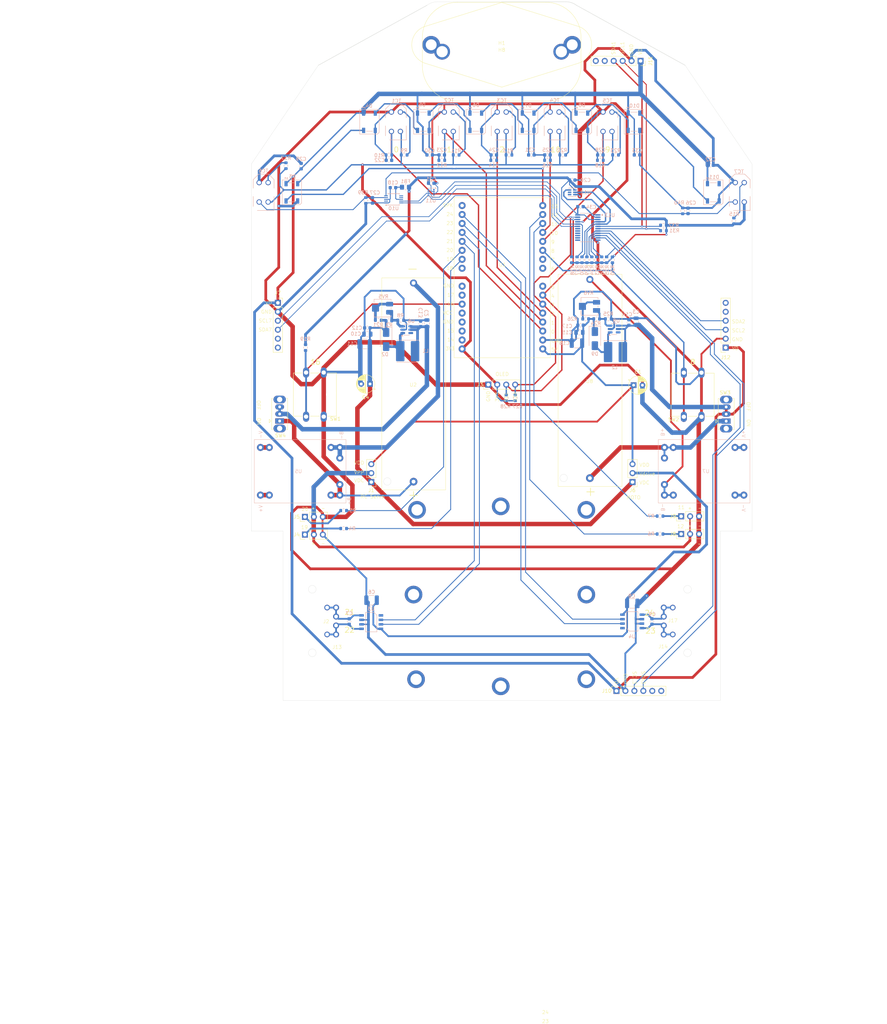
<source format=kicad_pcb>
(kicad_pcb (version 20241229) (generator "pcbnew") (generator_version "9.0")
  (layers (0 "F.Cu" signal) (2 "B.Cu" signal) (13 "F.Paste" user) (15 "B.Paste" user) (5 "F.SilkS" user "F.Silkscreen") (7 "B.SilkS" user "B.Silkscreen") (1 "F.Mask" user) (3 "B.Mask" user) (25 "Edge.Cuts" user))
  (net 0 "")
  (net 2 "BATTERY-")
  (net 11 "+3V3")
  (net 14 "WS2812")
  (net 15 "Net-(J13-Pin_1)")
  (net 16 "Net-(J13-Pin_3)")
  (net 17 "Net-(J14-Pin_1)")
  (net 18 "Net-(J14-Pin_3)")
  (net 19 "ADC6")
  (net 20 "ADC7")
  (net 21 "ADC2")
  (net 22 "ADC0")
  (net 23 "ADC1")
  (net 24 "PWM8")
  (net 25 "SDA")
  (net 26 "SCL")
  (net 27 "PWM5")
  (net 28 "PWM2")
  (net 29 "PWM1")
  (net 30 "PWM0")
  (net 31 "PWM6")
  (net 32 "Net-(D3-DOUT)")
  (net 33 "PWM7")
  (net 34 "PWM9")
  (net 37 "GND")
  (net 38 "BATTERY+")
  (net 39 "Net-(J4-Pin_1)")
  (net 40 "Net-(J5-Pin_1)")
  (net 41 "Net-(J8-Pin_1)")
  (net 42 "Net-(J9-Pin_1)")
  (net 43 "Net-(U5-V--Pad10)")
  (net 44 "Net-(U5-V+-Pad7)")
  (net 45 "Net-(D4-DOUT)")
  (net 46 "Net-(D2-A)")
  (net 47 "Net-(U6-FB)")
  (net 49 "Net-(R9-Pad2)")
  (net 50 "Net-(R11-Pad2)")
  (net 51 "Net-(R13-Pad2)")
  (net 52 "Net-(R15-Pad2)")
  (net 53 "Net-(R17-Pad2)")
  (net 54 "Net-(D5-DOUT)")
  (net 55 "Net-(D6-DOUT)")
  (net 56 "Net-(D7-DOUT)")
  (net 57 "Net-(D10-DIN)")
  (net 58 "SW1")
  (net 59 "SW2")
  (net 60 "Net-(R21-Pad1)")
  (net 61 "Net-(U10-VDD)")
  (net 62 "ADC10")
  (net 63 "ADC11")
  (net 64 "Net-(R22-Pad2)")
  (net 65 "Net-(R23-Pad2)")
  (net 66 "VDD")
  (net 67 "VDC")
  (net 68 "Net-(D9-A)")
  (net 69 "Net-(U9-FB)")
  (net 70 "Net-(R26-Pad1)")
  (net 71 "Net-(U7-V--Pad10)")
  (net 72 "Net-(U8-GND)")
  (net 73 "Net-(U7-V+-Pad7)")
  (net 75 "Net-(D10-DOUT)")
  (net 86 "SCL1")
  (net 87 "SDA1")
  (net 88 "SCL2")
  (net 89 "SDA2")
  (net 92 "SCL3")
  (net 93 "SDA3")
  (net 94 "SDA4")
  (net 95 "SCL4")
  (net 98 "SDA0")
  (net 99 "SCL0")
  (net 100 "SCL5")
  (net 101 "SCL6")
  (net 102 "SCL7")
  (net 103 "SDA5")
  (net 104 "SDA6")
  (net 105 "SDA7")
  (net 106 "VD")
  (net 107 "Vdrive")
  (net 108 "VPP")
  (net 110 "Net-(SW3-A)")
  (net 111 "Net-(SW4-A)")
  (footprint "Connector_PinHeader_2.54mm:PinHeader_1x03_P2.54mm_Vertical" (layer "F.Cu") (at 150.88 122.84 90)
    (property "Reference" "J8")
    (property "Value" "Conn_01x03_Pin")
  )
  (footprint "Button_Switch_THT:SW_SPST_Omron_B3F-40xx" (layer "F.Cu") (at 44.531 89.578 90)
    (property "Reference" "SW1")
    (property "Value" "SW_Push")
  )
  (footprint "PIN:lego-moto" (layer "F.Cu") (at 145.9486 147.5034)
    (property "Reference" "J14")
    (property "Value" "Conn_01x04")
    (fp_circle (center 6.75 -9) (end 7.85 -9) (stroke (width 0.05)) (fill no) (layer "Edge.Cuts"))
    (fp_circle (center 6.75 9) (end 7.85 9) (stroke (width 0.05)) (fill no) (layer "Edge.Cuts"))
  )
  (footprint "hub_8735_ultra:hub_8735_ultra" (layer "F.Cu") (at 100 50 180)
    (property "Reference" "U1")
    (property "Value" "~")
  )
  (footprint "PIN:Pillars-M3.2R5" (layer "F.Cu") (at 124 116)
    (property "Reference" "H12" (hide yes))
    (property "Value" "ARM")
  )
  (footprint "Connector_PinSocket_2.54mm:PinSocket_1x06_P2.54mm_Vertical" (layer "F.Cu") (at 36.53 57.32)
    (property "Reference" "J7")
    (property "Value" "VL6180")
  )
  (footprint "Connector_PinHeader_2.54mm:PinHeader_1x04_P2.54mm_Vertical" (layer "F.Cu") (at 96.2 80.5 90)
    (property "Reference" "J3")
    (property "Value" "Conn_01x04_Male")
  )
  (footprint "Capacitor_THT:CP_Radial_D5.0mm_P2.50mm" (layer "F.Cu") (at 62.662 80.31 180)
    (property "Reference" "C4")
    (property "Value" "100u")
  )
  (footprint "Connector_PinHeader_2.54mm:PinHeader_1x03_P2.54mm_Vertical" (layer "F.Cu") (at 150.88 117.82 90)
    (property "Reference" "J9")
    (property "Value" "Conn_01x03_Pin")
  )
  (footprint "PIN:Pillars-M3.2R5" (layer "F.Cu") (at 76 116)
    (property "Reference" "H10" (hide yes))
    (property "Value" "ARM")
  )
  (footprint "PIN:lego-moto" (layer "F.Cu") (at 53.04 147.5 180)
    (property "Reference" "J13")
    (property "Value" "Conn_01x04")
    (fp_circle (center 6.75 9) (end 7.85 9) (stroke (width 0.05)) (fill no) (layer "Edge.Cuts"))
    (fp_circle (center 6.75 -9) (end 7.85 -9) (stroke (width 0.05)) (fill no) (layer "Edge.Cuts"))
  )
  (footprint "PIN:2P_aa" (layer "F.Cu") (at 148.5 151.3)
    (property "Reference" "J17")
    (property "Value" "Conn_01x02")
  )
  (footprint "Connector_PinSocket_2.54mm:PinSocket_1x06_P2.54mm_Vertical" (layer "F.Cu") (at 139.375 -11.235 -90)
    (property "Reference" "J11")
    (property "Value" "VL6180")
  )
  (footprint "PIN:Pillars-M3.2R5" (layer "F.Cu") (at 124 164)
    (property "Reference" "H11" (hide yes))
    (property "Value" "ARM")
  )
  (footprint "Connector_PinSocket_2.54mm:PinSocket_1x06_P2.54mm_Vertical" (layer "F.Cu") (at 132.542 167.302 90)
    (property "Reference" "J10")
    (property "Value" "VL6180")
  )
  (footprint "Connector_PinHeader_2.54mm:PinHeader_1x03_P2.54mm_Vertical" (layer "F.Cu") (at 44.2 117.98 90)
    (property "Reference" "J5")
    (property "Value" "Conn_01x03_Pin")
  )
  (footprint "Capacitor_THT:CP_Radial_D5.0mm_P2.50mm" (layer "F.Cu") (at 137.4034 80.6506)
    (property "Reference" "C1")
    (property "Value" "100u")
  )
  (footprint "PIN:cowWHELL2" (layer "F.Cu") (at 100 -13.85)
    (property "Reference" "H8")
    (property "Value" "COWWHEEL2")
  )
  (footprint "Connector_PinSocket_2.54mm:PinSocket_1x06_P2.54mm_Vertical" (layer "F.Cu") (at 163.505 70.02 180)
    (property "Reference" "J12")
    (property "Value" "VL6180")
  )
  (footprint "PIN:Pillars-M3.2R5" (layer "F.Cu") (at 99.7206 166 45)
    (property "Reference" "H7" (hide yes))
    (property "Value" "ARM")
  )
  (footprint "PIN:Pillars-M3.2R5" (layer "F.Cu") (at 75.7206 164)
    (property "Reference" "H9" (hide yes))
    (property "Value" "ARM")
  )
  (footprint "PIN:SW_Slide_1P2T_CK_OS102011MS2Q" (layer "F.Cu") (at 163.657 90.848 90)
    (property "Reference" "SW3")
    (property "Value" "SW_SPDT")
  )
  (footprint "Connector_PinHeader_2.54mm:PinHeader_1x03_P2.54mm_Vertical" (layer "F.Cu") (at 44.2 123 90)
    (property "Reference" "J4")
    (property "Value" "Conn_01x03_Pin")
  )
  (footprint "14500_battery:14500_battery_slot" (layer "F.Cu") (at 125 78.85 180)
    (property "Reference" "U8")
    (property "Value" "~")
    (fp_circle (center 7.436985 -28.1) (end 8.236985 -27.4) (stroke (width 0.05)) (fill no) (layer "Edge.Cuts"))
  )
  (footprint "Connector_PinHeader_2.54mm:PinHeader_1x03_P2.54mm_Vertical" (layer "F.Cu") (at 137.0886 108.12 180)
    (property "Reference" "J6")
    (property "Value" "Conn_01x03")
  )
  (footprint "PIN:Pillars-M3.2R5" (layer "F.Cu") (at 99.7206 115)
    (property "Reference" "H4" (hide yes))
    (property "Value" "ARM")
  )
  (footprint "PIN:Pillars-M3.2R5" (layer "F.Cu") (at 124 140)
    (property "Reference" "H5" (hide yes))
    (property "Value" "ARM")
  )
  (footprint "PIN:2P_aa" (layer "F.Cu") (at 50.5 143.68 180)
    (property "Reference" "J2")
    (property "Value" "Conn_01x02")
  )
  (footprint "PIN:SW_Slide_1P2T_CK_OS102011MS2Q" (layer "F.Cu") (at 37.038 90.816 90)
    (property "Reference" "SW4")
    (property "Value" "SW_SPDT")
  )
  (footprint "Connector_PinHeader_2.54mm:PinHeader_1x03_P2.54mm_Vertical" (layer "F.Cu") (at 63.0222 108.12 180)
    (property "Reference" "J1")
    (property "Value" "Conn_01x03")
  )
  (footprint "PIN:Pillars-M3.2R5" (layer "F.Cu") (at 75 140)
    (property "Reference" "H6" (hide yes))
    (property "Value" "ARM")
  )
  (footprint "PIN:COWWHEEL" (layer "F.Cu") (at 100 -15.8)
    (property "Reference" "H1")
    (property "Value" "COWWHEEL")
  )
  (footprint "Button_Switch_THT:SW_SPST_Omron_B3F-40xx" (layer "F.Cu") (at 151.6382 89.62 90)
    (property "Reference" "SW2")
    (property "Value" "SW_Push")
  )
  (footprint "14500_battery:14500_battery_slot" (layer "F.Cu") (at 75 79.85 180)
    (property "Reference" "U2")
    (property "Value" "~")
    (fp_circle (center 7.436985 -28.1) (end 8.236985 -27.4) (stroke (width 0.05)) (fill no) (layer "Edge.Cuts"))
  )
  (footprint "Capacitor_SMD:C_0603_1608Metric" (layer "B.Cu") (at 136.068 62.896 90)
    (property "Reference" "C14")
    (property "Value" "0.1uF")
  )
  (footprint "Capacitor_SMD:C_0603_1608Metric" (layer "B.Cu") (at 68.026 16.934 180)
    (property "Reference" "C22")
    (property "Value" "0.1uF")
  )
  (footprint "Resistor_SMD:R_0603_1608Metric" (layer "B.Cu") (at 145.877 35.349 180)
    (property "Reference" "R32")
    (property "Value" "4.7K")
  )
  (footprint "Resistor_SMD:R_0805_2012Metric_Pad1.20x1.40mm_HandSolder" (layer "B.Cu") (at 72.725 24.554 180)
    (property "Reference" "FB1")
    (property "Value" "FerriteBead_Small")
  )
  (footprint "Resistor_SMD:R_0603_1608Metric" (layer "B.Cu") (at 124.16 45.128 90)
    (property "Reference" "R29")
    (property "Value" "4.7K")
  )
  (footprint "14500_battery:charger" (layer "B.Cu") (at 157.404 105.06 90)
    (property "Reference" "U7")
    (property "Value" "~")
  )
  (footprint "Resistor_SMD:R_0603_1608Metric" (layer "B.Cu") (at 123.813 61.88)
    (property "Reference" "R26")
    (property "Value" "50K")
  )
  (footprint "Resistor_SMD:R_0603_1608Metric" (layer "B.Cu") (at 126.924 61.88 180)
    (property "Reference" "R24")
    (property "Value" "88K/NULL")
  )
  (footprint "PIN:OPTO_TCRT5000" (layer "B.Cu") (at 70 6 90)
    (property "Reference" "TC1")
    (property "Value" "TCRT5000")
  )
  (footprint "Capacitor_SMD:C_0805_2012Metric" (layer "B.Cu") (at 61.9 66.198 180)
    (property "Reference" "C10")
    (property "Value" "22uF")
  )
  (footprint "Resistor_SMD:R_0603_1608Metric" (layer "B.Cu") (at 55.175 116.2)
    (property "Reference" "R5")
    (property "Value" "100")
  )
  (footprint "Capacitor_SMD:C_0805_2012Metric" (layer "B.Cu") (at 122.032 65.69 180)
    (property "Reference" "C15")
    (property "Value" "22uF")
  )
  (footprint "Capacitor_SMD:C_0603_1608Metric" (layer "B.Cu") (at 82.999 15.41 180)
    (property "Reference" "C23")
    (property "Value" "0.1uF")
  )
  (footprint "Package_TO_SOT_SMD:SOT-23-6" (layer "B.Cu") (at 131.8825 64.74)
    (property "Reference" "U9")
    (property "Value" "MT3608/SX1308")
  )
  (footprint "Package_SO:TSSOP-10_3x3mm_P0.5mm" (layer "B.Cu") (at 69.35 28)
    (property "Reference" "U10")
    (property "Value" "ADS1015IDGS")
  )
  (footprint "Resistor_SMD:R_0603_1608Metric" (layer "B.Cu") (at 121.366 45.128 90)
    (property "Reference" "R37")
    (property "Value" "4.7K")
  )
  (footprint "Capacitor_SMD:C_0603_1608Metric" (layer "B.Cu") (at 138.371 15.41)
    (property "Reference" "C33")
    (property "Value" "0.1uF")
  )
  (footprint "Capacitor_SMD:C_1210_3225Metric" (layer "B.Cu") (at 61.138 68.992 180)
    (property "Reference" "C11")
    (property "Value" "NC")
  )
  (footprint "Resistor_SMD:R_0603_1608Metric" (layer "B.Cu") (at 65.012 62.261)
    (property "Reference" "R21")
    (property "Value" "50K")
  )
  (footprint "Capacitor_SMD:C_0603_1608Metric" (layer "B.Cu") (at 80.0148 23.4364)
    (property "Reference" "C21")
    (property "Value" "0.1uf")
  )
  (footprint "Potentiometer_SMD:Potentiometer_Bourns_3214J_Horizontal" (layer "B.Cu") (at 124.892 58.324)
    (property "Reference" "RV6")
    (property "Value" "50K")
  )
  (footprint "Capacitor_SMD:C_0805_2012Metric" (layer "B.Cu") (at 138.1 62.642 90)
    (property "Reference" "C3")
    (property "Value" "22uF")
  )
  (footprint "Resistor_SMD:R_0603_1608Metric" (layer "B.Cu") (at 103.84 84.244 90)
    (property "Reference" "R27")
    (property "Value" "4.7K")
  )
  (footprint "Resistor_SMD:R_0603_1608Metric" (layer "B.Cu") (at 87.076 15.41)
    (property "Reference" "R11")
    (property "Value" "330R")
  )
  (footprint "Resistor_SMD:R_0603_1608Metric" (layer "B.Cu") (at 151.3126 31.2596 -90)
    (property "Reference" "R40")
    (property "Value" "4.7k")
  )
  (footprint "Resistor_SMD:R_0603_1608Metric" (layer "B.Cu") (at 117.302 15.41)
    (property "Reference" "R22")
    (property "Value" "330R")
  )
  (footprint "LED_SMD:LED_WS2812B_PLCC4_5.0x5.0mm_P3.2mm" (layer "B.Cu") (at 77.775 6 -90)
    (property "Reference" "D5")
    (property "Value" "WS2812B")
  )
  (footprint "Capacitor_SMD:C_0603_1608Metric" (layer "B.Cu") (at 159.225 18.331)
    (property "Reference" "C32")
    (property "Value" "0.1uF")
  )
  (footprint "IC:SA8301" (layer "B.Cu") (at 137 147.6 90)
    (property "Reference" "U4")
    (property "Value" "SA8301")
  )
  (footprint "PIN:OPTO_TCRT5000" (layer "B.Cu") (at 167.5 26 90)
    (property "Reference" "TC7")
    (property "Value" "TCRT5000")
  )
  (footprint "Package_SO:TSSOP-24_4.4x7.8mm_P0.65mm" (layer "B.Cu") (at 124.414 35.984 180)
    (property "Reference" "U13")
    (property "Value" "TCA9548APWR")
  )
  (footprint "Resistor_SMD:R_0603_1608Metric" (layer "B.Cu") (at 144.895 122.84 180)
    (property "Reference" "R6")
    (property "Value" "100")
  )
  (footprint "Resistor_SMD:R_0603_1608Metric" (layer "B.Cu") (at 144.895 117.76 180)
    (property "Reference" "R7")
    (property "Value" "100")
  )
  (footprint "PIN:OPTO_TCRT5000" (layer "B.Cu") (at 115 6 90)
    (property "Reference" "TC4")
    (property "Value" "TCRT5000")
  )
  (footprint "Capacitor_SMD:C_1210_3225Metric" (layer "B.Cu") (at 137.025 142.5)
    (property "Reference" "C8")
    (property "Value" "100uf")
  )
  (footprint "Capacitor_SMD:C_0805_2012Metric" (layer "B.Cu") (at 78.791 63.15 90)
    (property "Reference" "C2")
    (property "Value" "22uF")
  )
  (footprint "Resistor_SMD:R_0603_1608Metric" (layer "B.Cu") (at 130.226 61.88 180)
    (property "Reference" "R25")
    (property "Value" "12K")
  )
  (footprint "Resistor_SMD:R_0603_1608Metric" (layer "B.Cu") (at 61.4728 28.3132 90)
    (property "Reference" "R39")
    (property "Value" "4.7k")
  )
  (footprint "14500_battery:charger" (layer "B.Cu") (at 42.85 105.06 -90)
    (property "Reference" "U5")
    (property "Value" "~")
  )
  (footprint "LED_SMD:LED_WS2812B_PLCC4_5.0x5.0mm_P3.2mm" (layer "B.Cu") (at 160 26 -90)
    (property "Reference" "D11")
    (property "Value" "WS2812B")
  )
  (footprint "Resistor_SMD:R_0603_1608Metric" (layer "B.Cu") (at 119.842 45.128 90)
    (property "Reference" "R38")
    (property "Value" "4.7K")
  )
  (footprint "Resistor_SMD:R_0603_1608Metric" (layer "B.Cu") (at 38.816 18.458 90)
    (property "Reference" "R17")
    (property "Value" "330R")
  )
  (footprint "Resistor_SMD:R_0603_1608Metric" (layer "B.Cu") (at 44.3786 69.9946 -90)
    (property "Reference" "R19")
    (property "Value" "330R")
  )
  (footprint "PIN:OPTO_TCRT5000" (layer "B.Cu") (at 85 6 90)
    (property "Reference" "TC2")
    (property "Value" "TCRT5000")
  )
  (footprint "Diode_SMD:D_SMA" (layer "B.Cu") (at 126.416 67.468 -90)
    (property "Reference" "D9")
    (property "Value" "SS34")
  )
  (footprint "Resistor_SMD:R_0603_1608Metric" (layer "B.Cu") (at 128.351 45.128 90)
    (property "Reference" "R36")
    (property "Value" "4.7K")
  )
  (footprint "Resistor_SMD:R_0603_1608Metric" (layer "B.Cu") (at 131.399 45.128 -90)
    (property "Reference" "R20")
    (property "Value" "330R")
  )
  (footprint "Inductor_SMD:L_Cenker_CKCS6045" (layer "B.Cu") (at 132.258 71.278 180)
    (property "Reference" "L2")
    (property "Value" "22UH")
  )
  (footprint "Resistor_SMD:R_0603_1608Metric" (layer "B.Cu") (at 67.996 62.388 180)
    (property "Reference" "R3")
    (property "Value" "88K/NULL")
  )
  (footprint "Package_TO_SOT_SMD:SOT-23-6" (layer "B.Cu") (at 73.076 64.928)
    (property "Reference" "U6")
    (property "Value" "MT3608/SX1308")
  )
  (footprint "Capacitor_SMD:C_0603_1608Metric" (layer "B.Cu") (at 63.3524 28.2878 -90)
    (property "Reference" "C27")
    (property "Value" "0.1uF")
  )
  (footprint "Resistor_SMD:R_0603_1608Metric" (layer "B.Cu") (at 126.954 45.128 90)
    (property "Reference" "R33")
    (property "Value" "4.7K")
  )
  (footprint "Capacitor_SMD:C_0603_1608Metric" (layer "B.Cu") (at 56.7484 147.6424 -90)
    (property "Reference" "C7")
    (property "Value" "0.1uf")
  )
  (footprint "Resistor_SMD:R_0603_1608Metric" (layer "B.Cu") (at 125.557 45.128 90)
    (property "Reference" "R34")
    (property "Value" "4.7K")
  )
  (footprint "LED_SMD:LED_WS2812B_PLCC4_5.0x5.0mm_P3.2mm" (layer "B.Cu") (at 107.5 6 -90)
    (property "Reference" "D7")
    (property "Value" "WS2812B")
  )
  (footprint "Resistor_SMD:R_0603_1608Metric" (layer "B.Cu") (at 145.877 36.873 180)
    (property "Reference" "R31")
    (property "Value" "4.7K")
  )
  (footprint "Inductor_SMD:L_Cenker_CKCS6045" (layer "B.Cu") (at 73.33 71.024 180)
    (property "Reference" "L1")
    (property "Value" "22UH")
  )
  (footprint "Resistor_SMD:R_0603_1608Metric" (layer "B.Cu") (at 122.763 45.128 90)
    (property "Reference" "R30")
    (property "Value" "4.7K")
  )
  (footprint "Capacitor_SMD:C_0603_1608Metric" (layer "B.Cu") (at 61.9 64.42 180)
    (property "Reference" "C12")
    (property "Value" "0.1uF")
  )
  (footprint "Capacitor_SMD:C_0603_1608Metric" (layer "B.Cu") (at 108.412 15.41)
    (property "Reference" "C31")
    (property "Value" "0.1uF")
  )
  (footprint "Resistor_SMD:R_0603_1608Metric" (layer "B.Cu") (at 68.026 15.41)
    (property "Reference" "R10")
    (property "Value" "4.7k")
  )
  (footprint "Resistor_SMD:R_0603_1608Metric" (layer "B.Cu") (at 127.97 16.934)
    (property "Reference" "R18")
    (property "Value" "4.7k")
  )
  (footprint "LED_SMD:LED_WS2812B_PLCC4_5.0x5.0mm_P3.2mm" (layer "B.Cu") (at 40.5 26 -90)
    (property "Reference" "D3")
    (property "Value" "WS2812B")
  )
  (footprint "Capacitor_SMD:C_0603_1608Metric" (layer "B.Cu") (at 77.013 63.277 90)
    (property "Reference" "C13")
    (property "Value" "0.1uF")
  )
  (footprint "Capacitor_SMD:C_0603_1608Metric" (layer "B.Cu") (at 79.583 15.41)
    (property "Reference" "C30")
    (property "Value" "0.1uF")
  )
  (footprint "Potentiometer_SMD:Potentiometer_Bourns_3214J_Horizontal" (layer "B.Cu") (at 66.218 58.832)
    (property "Reference" "RV5")
    (property "Value" "50K")
  )
  (footprint "Resistor_SMD:R_0603_1608Metric" (layer "B.Cu") (at 129.748 45.128 90)
    (property "Reference" "R35")
    (property "Value" "4.7K")
  )
  (footprint "PIN:OPTO_TCRT5000" (layer "B.Cu") (at 32.5 26 90)
    (property "Reference" "TC6")
    (property "Value" "TCRT5000")
  )
  (footprint "Resistor_SMD:R_0603_1608Metric" (layer "B.Cu") (at 83.012 16.934)
    (property "Reference" "R12")
    (property "Value" "4.7k")
  )
  (footprint "IC:SA8301" (layer "B.Cu") (at 63 147.8 -90)
    (property "Reference" "U3")
    (property "Value" "SA8301")
  )
  (footprint "Capacitor_SMD:C_0603_1608Metric" (layer "B.Cu") (at 97.757 15.41 180)
    (property "Reference" "C24")
    (property "Value" "0.1uF")
  )
  (footprint "Capacitor_SMD:C_0603_1608Metric" (layer "B.Cu") (at 112.971 15.41 180)
    (property "Reference" "C25")
    (property "Value" "0.1uF")
  )
  (footprint "Capacitor_SMD:C_1210_3225Metric" (layer "B.Cu") (at 121.336 68.738 180)
    (property "Reference" "C16")
    (property "Value" "NC")
  )
  (footprint "Resistor_SMD:R_0603_1608Metric" (layer "B.Cu") (at 97.744 16.934)
    (property "Reference" "R14")
    (property "Value" "4.7k")
  )
  (footprint "PIN:OPTO_TCRT5000" (layer "B.Cu") (at 130 6 90)
    (property "Reference" "TC5")
    (property "Value" "TCRT5000")
  )
  (footprint "Resistor_SMD:R_0603_1608Metric" (layer "B.Cu") (at 71.362 62.261 180)
    (property "Reference" "R8")
    (property "Value" "12K")
  )
  (footprint "Resistor_SMD:R_0603_1608Metric" (layer "B.Cu") (at 165.8414 34.1044 90)
    (property "Reference" "R15")
    (property "Value" "330R")
  )
  (footprint "Resistor_SMD:R_0603_1608Metric" (layer "B.Cu") (at 132.288 15.41)
    (property "Reference" "R23")
    (property "Value" "330R")
  )
  (footprint "LED_SMD:LED_WS2812B_PLCC4_5.0x5.0mm_P3.2mm" (layer "B.Cu") (at 92.65 6 -90)
    (property "Reference" "D6")
    (property "Value" "WS2812B")
  )
  (footprint "LED_SMD:LED_WS2812B_PLCC4_5.0x5.0mm_P3.2mm" (layer "B.Cu") (at 122.733 6 -90)
    (property "Reference" "D8")
    (property "Value" "WS2812B")
  )
  (footprint "LED_SMD:LED_WS2812B_PLCC4_5.0x5.0mm_P3.2mm" (layer "B.Cu") (at 137.5 6 -90)
    (property "Reference" "D10")
    (property "Value" "WS2812B")
  )
  (footprint "Capacitor_SMD:C_0603_1608Metric" (layer "B.Cu") (at 152.8366 31.2596 90)
    (property "Reference" "C26")
    (property "Value" "0.1uF")
  )
  (footprint "Resistor_SMD:R_0603_1608Metric" (layer "B.Cu") (at 55.175 121.28)
    (property "Reference" "R4")
    (property "Value" "100")
  )
  (footprint "Resistor_SMD:R_0603_1608Metric" (layer "B.Cu") (at 72.344 15.41)
    (property "Reference" "R9")
    (property "Value" "330R")
  )
  (footprint "Capacitor_SMD:C_0603_1608Metric" (layer "B.Cu") (at 127.97 15.41 180)
    (property "Reference" "C28")
    (property "Value" "0.1uF")
  )
  (footprint "Diode_SMD:D_SMA" (layer "B.Cu") (at 67.234 67.722 -90)
    (property "Reference" "D2")
    (property "Value" "SS34")
  )
  (footprint "Resistor_SMD:R_0603_1608Metric" (layer "B.Cu") (at 102.062 15.41)
    (property "Reference" "R13")
    (property "Value" "330R")
  )
  (footprint "PIN:OPTO_TCRT5000" (layer "B.Cu") (at 100 6 90)
    (property "Reference" "TC3")
    (property "Value" "TCRT5000")
  )
  (footprint "Capacitor_SMD:C_0603_1608Metric" (layer "B.Cu") (at 142.6 147.625 90)
    (property "Reference" "C9")
    (property "Value" "0.1uf")
  )
  (footprint "PIN:SON65P200X240X70-6N" (layer "B.Cu") (at 120 26 180)
    (property "Reference" "U12")
    (property "Value" "TCS34725FN")
  )
  (footprint "Capacitor_SMD:C_0603_1608Metric" (layer "B.Cu") (at 122.3312 30.0658)
    (property "Reference" "C34")
    (property "Value" "0.1uf")
  )
  (footprint "Resistor_SMD:R_0603_1608Metric" (layer "B.Cu") (at 112.984 16.934)
    (property "Reference" "R16")
    (property "Value" "4.7k")
  )
  (footprint "Capacitor_SMD:C_0603_1608Metric" (layer "B.Cu") (at 43.134 18.585 90)
    (property "Reference" "C29")
    (property "Value" "0.1uF")
  )
  (footprint "Capacitor_SMD:C_1210_3225Metric" (layer "B.Cu") (at 63.1 141.6 180)
    (property "Reference" "C6")
    (property "Value" "100uf")
  )
  (footprint "Capacitor_SMD:C_0603_1608Metric" (layer "B.Cu") (at 122.352 63.658 180)
    (property "Reference" "C17")
    (property "Value" "0.1uF")
  )
  (footprint "Resistor_SMD:R_0603_1608Metric" (layer "B.Cu") (at 101.3 84.244 90)
    (property "Reference" "R28")
    (property "Value" "4.7K")
  )
  (footprint "OptoDevice:Broadcom_LGA-8_2x2mm_P0.5mm" (layer "B.Cu") (at 79.9894 26.0018 180)
    (property "Reference" "U11")
    (property "Value" "APDS9960")
  )
  (footprint "Capacitor_SMD:C_0603_1608Metric" (layer "B.Cu") (at 120.0068 22.522)
    (property "Reference" "C20")
    (property "Value" "0.1uf" (hide yes))
  )
  (footprint "LED_SMD:LED_WS2812B_PLCC4_5.0x5.0mm_P3.2mm" (layer "B.Cu") (at 62.5 6 -90)
    (property "Reference" "D4")
    (property "Value" "WS2812B")
  )
  (footprint "Capacitor_SMD:C_0603_1608Metric" (layer "B.Cu") (at 69.169 24.681 180)
    (property "Reference" "C18")
    (property "Value" "0.1uF")
  )
  (gr_arc (start 78.8 -27) (mid 80.218861 -27.743416) (end 81.8 -28) (stroke (width 0.05)) (layer "Edge.Cuts"))
  (gr_line (start 171 18) (end 152 -10) (stroke (width 0.05)) (layer "Edge.Cuts"))
  (gr_line (start 171 122) (end 162 122) (stroke (width 0.05)) (layer "Edge.Cuts"))
  (gr_line (start 48 -10) (end 78.8 -27) (stroke (width 0.1)) (layer "Edge.Cuts"))
  (gr_line (start 29 21) (end 29 18) (stroke (width 0.05)) (layer "Edge.Cuts"))
  (gr_line (start 162 122) (end 162 170) (stroke (width 0.05)) (layer "Edge.Cuts"))
  (gr_line (start 162 170) (end 38 170) (stroke (width 0.05)) (layer "Edge.Cuts"))
  (gr_line (start 29 18) (end 48 -10) (stroke (width 0.05)) (layer "Edge.Cuts"))
  (gr_line (start 29 122) (end 29 21) (stroke (width 0.05)) (layer "Edge.Cuts"))
  (gr_line (start 81.8 -28) (end 100 -28) (stroke (width 0.05)) (layer "Edge.Cuts"))
  (gr_line (start 152 -10) (end 121.2 -27) (stroke (width 0.1)) (layer "Edge.Cuts"))
  (gr_line (start 171 21) (end 171 18) (stroke (width 0.05)) (layer "Edge.Cuts"))
  (gr_line (start 171 21) (end 171 122) (stroke (width 0.05)) (layer "Edge.Cuts"))
  (gr_arc (start 118.2 -28) (mid 119.781139 -27.743416) (end 121.2 -27) (stroke (width 0.1)) (layer "Edge.Cuts"))
  (gr_line (start 118.2 -28) (end 100 -28) (stroke (width 0.1)) (layer "Edge.Cuts"))
  (gr_line (start 38 122) (end 29 122) (stroke (width 0.05)) (layer "Edge.Cuts"))
  (gr_line (start 38 170) (end 38 122) (stroke (width 0.05)) (layer "Edge.Cuts"))
  (gr_text "Vdrive" (at 138.9636 106.3596 0) (layer "F.SilkS") (effects (font (size 1 1) (thickness 0.1)) (justify left bottom)))
  (gr_text "SPK" (at 83.236 30.272 0) (layer "F.SilkS") (effects (font (size 1 1) (thickness 0.1)) (justify left bottom)))
  (gr_text "16" (at 45.644 74.976 0) (layer "F.SilkS") (effects (font (size 1.5 1.5) (thickness 0.2)) (justify left bottom)))
  (gr_text "SDA2" (at 165.2272 63.2104 0) (layer "F.SilkS") (effects (font (size 1 1) (thickness 0.1)) (justify left bottom)))
  (gr_text "1" (at 84.252 14.778 0) (layer "F.SilkS") (effects (font (size 1.5 1.5) (thickness 0.2)) (justify left bottom)))
  (gr_text "VD" (at 131.985267 163.491676 270) (layer "F.SilkS") (effects (font (size 1 1) (thickness 0.1)) (justify left bottom)))
  (gr_text "SCL7" (at 31.039 62.9872 0) (layer "F.SilkS") (effects (font (size 1 1) (thickness 0.1)) (justify left bottom)))
  (gr_text "SCL3" (at 137.051934 161.634533 270) (layer "F.SilkS") (effects (font (size 1 1) (thickness 0.1)) (justify left bottom)))
  (gr_text "GND" (at 96.787533 85.4154 90) (layer "F.SilkS") (effects (font (size 1 1) (thickness 0.1)) (justify left bottom)))
  (gr_text "-" (at 72.8474 49.195 0) (layer "F.SilkS") (effects (font (size 2.8 2.8) (thickness 0.2)) (justify left bottom)))
  (gr_text "SCL" (at 101.8542 85.4154 90) (layer "F.SilkS") (effects (font (size 1 1) (thickness 0.1)) (justify left bottom)))
  (gr_text "9" (at 129.21 14.778 0) (layer "F.SilkS") (effects (font (size 1.5 1.5) (thickness 0.2)) (justify left bottom)))
  (gr_text "GND" (at 134.5186 162.3012 270) (layer "F.SilkS") (effects (font (size 1 1) (thickness 0.1)) (justify left bottom)))
  (gr_text "GND" (at 83.236 63.292 0) (layer "F.SilkS") (effects (font (size 1 1) (thickness 0.1)) (justify left bottom)))
  (gr_text "24" (at 84.283619 32.814857 0) (layer "F.SilkS") (effects (font (size 1 1) (thickness 0.1)) (justify left bottom)))
  (gr_text "21" (at 55.3468 145.842 0) (layer "F.SilkS") (effects (font (size 1.5 1.5) (thickness 0.2)) (justify left bottom)))
  (gr_text "SDA1" (at 132.278 -12.908 90) (layer "F.SilkS") (effects (font (size 1 1) (thickness 0.1)) (justify left bottom)))
  (gr_text "VDC" (at 58.09 108.25 0) (layer "F.SilkS") (effects (font (size 1 1) (thickness 0.1)) (justify left bottom)))
  (gr_text "SDA" (at 104.387533 85.4154 90) (layer "F.SilkS") (effects (font (size 1 1) (thickness 0.1)) (justify left bottom)))
  (gr_text "SCL2" (at 165.2272 65.743733 0) (layer "F.SilkS") (effects (font (size 1 1) (thickness 0.1)) (justify left bottom)))
  (gr_text "5V" (at 113.97 71.166 0) (layer "F.SilkS") (effects (font (size 1 1) (thickness 0.1)) (justify left bottom)))
  (gr_text "SCL1" (at 134.811333 -12.908 90) (layer "F.SilkS") (effects (font (size 1 1) (thickness 0.1)) (justify left bottom)))
  (gr_text "21" (at 84.283619 40.443429 0) (layer "F.SilkS") (effects (font (size 1 1) (thickness 0.1)) (justify left bottom)))
  (gr_text "11" (at 149.8856 115.87 0) (layer "F.SilkS") (effects (font (size 1 1) (thickness 0.1)) (justify left bottom)))
  (gr_text "VD" (at 32.896143 57.920533 0) (layer "F.SilkS") (effects (font (size 1 1) (thickness 0.1)) (justify left bottom)))
  (gr_text "+   -" (at 152.78 115.98 0) (layer "F.SilkS") (effects (font (size 0.8 0.8) (thickness 0.125) (bold yes)) (justify left bottom)))
  (gr_text "GND" (at 83.336 53.072 0) (layer "F.SilkS") (effects (font (size 1 1) (thickness 0.1)) (justify left bottom)))
  (gr_text "1" (at 113.97 63.580286 0) (layer "F.SilkS") (effects (font (size 1 1) (thickness 0.1)) (justify left bottom)))
  (gr_text "-" (at 123.0378 48.2044 0) (layer "F.SilkS") (effects (font (size 2.8 2.8) (thickness 0.2)) (justify left bottom)))
  (gr_text "RC Servo" (at 59.868 112.822 0) (layer "F.SilkS") (effects (font (size 1 1) (thickness 0.1)) (justify left bottom)))
  (gr_text "3" (at 113.97 58.523143 0) (layer "F.SilkS") (effects (font (size 1 1) (thickness 0.1)) (justify left bottom)))
  (gr_text "VPP" (at 58.09 105.964 0) (layer "F.SilkS") (effects (font (size 1 1) (thickness 0.1)) (justify left bottom)))
  (gr_text "SDA7" (at 30.991381 65.520533 0) (layer "F.SilkS") (effects (font (size 1 1) (thickness 0.1)) (justify left bottom)))
  (gr_text "19" (at 43.0532 121.5088 0) (layer "F.SilkS") (effects (font (size 1 1) (thickness 0.1)) (justify left bottom)))
  (gr_text "20" (at 43.1802 116.3526 0) (layer "F.SilkS") (effects (font (size 1 1) (thickness 0.1)) (justify left bottom)))
  (gr_text "3V3" (at 84.0488 70.8612 0) (layer "F.SilkS") (effects (font (size 1 0.889) (thickness 0.1)) (justify left bottom)))
  (gr_text "24" (at 111.372981 258.962172 0) (layer "F.SilkS") (effects (font (size 1 1) (thickness 0.1)) (justify left bottom)))
  (gr_text "3V3" (at 99.320866 85.4154 90) (layer "F.SilkS") (effects (font (size 1 1) (thickness 0.1)) (justify left bottom)))
  (gr_text "ON" (at 30.5564 89.8096 270) (layer "F.SilkS") (effects (font (size 1 1) (thickness 0.1)) (justify left bottom)))
  (gr_text "2" (at 99.238 14.778 0) (layer "F.SilkS") (effects (font (size 1.5 1.5) (thickness 0.2)) (justify left bottom)))
  (gr_text "+   -" (at 46 116 0) (layer "F.SilkS") (effects (font (size 0.8 0.8) (thickness 0.125) (bold yes)) (justify left bottom)))
  (gr_text "2" (at 113.97 61.051714 0) (layer "F.SilkS") (effects (font (size 1 1) (thickness 0.1)) (justify left bottom)))
  (gr_text "23" (at 84.283619 35.357714 0) (layer "F.SilkS") (effects (font (size 1 1) (thickness 0.1)) (justify left bottom)))
  (gr_text "VD" (at 139.878 -12.908 90) (layer "F.SilkS") (effects (font (size 1 1) (thickness 0.1)) (justify left bottom)))
  (gr_text "6" (at 113.97 48.266 0) (layer "F.SilkS") (effects (font (size 1 1) (thickness 0.1)) (justify left bottom)))
  (gr_text "11" (at 113.97 35.623143 0) (layer "F.SilkS") (effects (font (size 1 1) (thickness 0.1)) (justify left bottom)))
  (gr_text "10" (at 113.97 38.151714 0) (layer "F.SilkS") (effects (font (size 1 1) (thickness 0.1)) (justify left bottom)))
  (gr_text "23" (at 111.372981 261.505029 0) (layer "F.SilkS") (effects (font (size 1 1) (thickness 0.1)) (justify left bottom)))
  (gr_text "VCC" (at 83.236 60.757714 0) (layer "F.SilkS") (effects (font (size 1 1) (thickness 0.1)) (justify left bottom)))
  (gr_text "GND" (at 113.97 68.637429 0) (layer "F.SilkS") (effects (font (size 1 1) (thickness 0.1)) (justify left bottom)))
  (gr_text "12" (at 113.97 33.094571 0) (layer "F.SilkS") (effects (font (size 1 1) (thickness 0.1)) (justify left bottom)))
  (gr_text "VDD" (at 58.09 103.25 0) (layer "F.SilkS") (effects (font (size 1 1) (thickness 0.1)) (justify left bottom)))
  (gr_text "22" (at 55.296 150.922 0) (layer "F.SilkS") (effects (font (size 1.5 1.5) (thickness 0.2)) (justify left bottom)))
  (gr_text "8" (at 113.97 43.226 0) (layer "F.SilkS") (effects (font (size 1 1) (thickness 0.1)) (justify left bottom)))
  (gr_text "12" (at 149.7078 121.2548 0) (layer "F.SilkS") (effects (font (size 1 1) (thickness 0.1)) (justify left bottom)))
  (gr_text "+   -" (at 152.78 121.014 0) (layer "F.SilkS") (effects (font (size 0.8 0.8) (thickness 0.125) (bold yes)) (justify left bottom)))
  (gr_text "8" (at 153.34 74.976 0) (layer "F.SilkS") (effects (font (size 1.5 1.5) (thickness 0.2)) (justify left bottom)))
  (gr_text "OLED" (at 98.187533 78.1154 0) (layer "F.SilkS") (effects (font (size 1 1) (thickness 0.1)) (justify left bottom)))
  (gr_text "VDD" (at 138.9636 103.8596 0) (layer "F.SilkS") (effects (font (size 1 1) (thickness 0.1)) (justify left bottom)))
  (gr_text "19" (at 84.283619 45.529143 0) (layer "F.SilkS") (effects (font (size 1 1) (thickness 0.1)) (justify left bottom)))
  (gr_text "VDC" (at 138.9636 108.8596 0) (layer "F.SilkS") (effects (font (size 1 1) (thickness 0.1)) (justify left bottom)))
  (gr_text "+" (at 73.1268 113.3046 0) (layer "F.SilkS") (effects (font (size 2.8 2.8) (thickness 0.2)) (justify left bottom)))
  (gr_text "VD" (at 165.2272 70.8104 0) (layer "F.SilkS") (effects (font (size 1 1) (thickness 0.1)) (justify left bottom)))
  (gr_text "14" (at 84.478857 68.343429 0) (layer "F.SilkS") (effects (font (size 1 1) (thickness 0.1)) (justify left bottom)))
  (gr_text "23" (at 140.64 151.176 0) (layer "F.SilkS") (effects (font (size 1.5 1.5) (thickness 0.2)) (justify left bottom)))
  (gr_text "24" (at 140.386 146.096 0) (layer "F.SilkS") (effects (font (size 1.5 1.5) (thickness 0.2)) (justify left bottom)))
  (gr_text "SDA3" (at 139.585267 161.586914 270) (layer "F.SilkS") (effects (font (size 1 1) (thickness 0.1)) (justify left bottom)))
  (gr_text "7" (at 113.97 45.737429 0) (layer "F.SilkS") (effects (font (size 1 1) (thickness 0.1)) (justify left bottom)))
  (gr_text "MOTO" (at 135.306 113.076 0) (layer "F.SilkS") (effects (font (size 1 1) (thickness 0.1)) (justify left bottom)))
  (gr_text "OFF" (at 30.4802 84.8566 270) (layer "F.SilkS") (effects (font (size 1 1) (thickness 0.1)) (justify left bottom)))
  (gr_text "4" (at 113.97 55.994571 0) (layer "F.SilkS") (effects (font (size 1 1) (thickness 0.1)) (justify left bottom)))
  (gr_text "+   -" (at 152.68 126.092 0) (layer "F.SilkS") (effects (font (size 0.8 0.8) (thickness 0.125) (bold yes)) (justify left bottom)))
  (gr_text "0" (at 113.97 66.108857 0) (layer "F.SilkS") (effects (font (size 1 1) (thickness 0.1)) (justify left bottom)))
  (gr_text "20" (at 84.283619 42.986286 0) (layer "F.SilkS") (effects (font (size 1 1) (thickness 0.1)) (justify left bottom)))
  (gr_text "GND" (at 165.2272 68.277067 0) (layer "F.SilkS") (effects (font (size 1 1) (thickness 0.1)) (justify left bottom)))
  (gr_text "15" (at 84.478857 65.814857 0) (layer "F.SilkS") (effects (font (size 1 1) (thickness 0.1)) (justify left bottom)))
  (gr_text "+" (at 123.3172 112.314 0) (layer "F.SilkS") (effects (font (size 2.8 2.8) (thickness 0.2)) (justify left bottom)))
  (gr_text "13" (at 113.97 30.566 0) (layer "F.SilkS") (effects (font (size 1 1) (thickness 0.1)) (justify left bottom)))
  (gr_text "GND" (at 137.344667 -12.908 90) (layer "F.SilkS") (effects (font (size 1 1) (thickness 0.1)) (justify left bottom)))
  (gr_text "ON" (at 169.4182 90.2668 270) (layer "F.SilkS") (effects (font (size 1 1) (thickness 0.1)) (justify left bottom)))
  (gr_text "0" (at 69.266 14.778 0) (layer "F.SilkS") (effects (font (size 1.5 1.5) (thickness 0.2)) (justify left bottom)))
  (gr_text "22" (at 84.283619 37.900571 0) (layer "F.SilkS") (effects (font (size 1 1) (thickness 0.1)) (justify left bottom)))
  (gr_text "10" (at 113.716 14.789428 0) (layer "F.SilkS") (effects (font (size 1.5 1.5) (thickness 0.2)) (justify left bottom)))
  (gr_text "16" (at 84.478857 58.229143 0) (layer "F.SilkS") (effects (font (size 1 1) (thickness 0.1)) (justify left bottom)))
  (gr_text "9" (at 113.97 40.680286 0) (layer "F.SilkS") (effects (font (size 1 1) (thickness 0.1)) (justify left bottom)))
  (gr_text "18" (at 84.283619 48.072 0) (layer "F.SilkS") (effects (font (size 1 1) (thickness 0.1)) (justify left bottom)))
  (gr_text "17" (at 84.478857 55.700571 0) (layer "F.SilkS") (effects (font (size 1 1) (thickness 0.1)) (justify left bottom)))
  (gr_text "OFF" (at 169.342 85.3138 270) (layer "F.SilkS") (effects (font (size 1 1) (thickness 0.1)) (justify left bottom)))
  (gr_text "5" (at 113.97 53.466 0) (layer "F.SilkS") (effects (font (size 1 1) (thickness 0.1)) (justify left bottom)))
  (gr_text "+   -" (at 46 126 0) (layer "F.SilkS") (effects (font (size 0.8 0.8) (thickness 0.125) (bold yes)) (justify left bottom)))
  (gr_text "GND" (at 31.705667 60.453866 0) (layer "F.SilkS") (effects (font (size 1 1) (thickness 0.1)) (justify left bottom)))
  (segment (start 81.9198 58.6198) (end 81.9198 83.7614) (width 1.27) (layer "B.Cu") (net 2))
  (segment (start 81.9198 83.7614) (end 67.3712 98.31) (width 1.27) (layer "B.Cu") (net 2))
  (segment (start 51.6 98.31) (end 54.1 98.31) (width 1.27) (layer "B.Cu") (net 2))
  (segment (start 67.3712 98.31) (end 54.1 98.31) (width 1.27) (layer "B.Cu") (net 2))
  (segment (start 54.1 101.31) (end 54.1 98.31) (width 1.27) (layer "B.Cu") (net 2))
  (segment (start 75 51.7) (end 81.9198 58.6198) (width 1.27) (layer "B.Cu") (net 2))
  (segment (start 88.77 70.39) (end 91.14 68.02) (width 0.762) (layer "F.Cu") (net 11))
  (segment (start 73.741 25.824) (end 73.741 36.873) (width 0.762) (layer "F.Cu") (net 11))
  (segment (start 98.74 80.5) (end 88.77 70.53) (width 0.762) (layer "F.Cu") (net 11))
  (segment (start 60.533 25.3414) (end 60.533 18.204) (width 0.762) (layer "F.Cu") (net 11))
  (segment (start 132.0086 43.8834) (end 137.9014 37.9906) (width 0.381) (layer "F.Cu") (net 11))
  (segment (start 72.852 37.762) (end 65.7146 30.6246) (width 0.762) (layer "F.Cu") (net 11))
  (segment (start 91.14 68.02) (end 91.14 51.478) (width 0.762) (layer "F.Cu") (net 11))
  (segment (start 65.7146 30.6246) (end 65.7146 30.523) (width 0.762) (layer "F.Cu") (net 11))
  (segment (start 65.7146 30.523) (end 60.533 25.3414) (width 0.762) (layer "F.Cu") (net 11))
  (segment (start 89.87 50.208) (end 85.298 50.208) (width 0.762) (layer "F.Cu") (net 11))
  (segment (start 137.9014 37.9906) (end 146.6898 37.9906) (width 0.381) (layer "F.Cu") (net 11))
  (segment (start 91.14 51.478) (end 89.87 50.208) (width 0.762) (layer "F.Cu") (net 11))
  (segment (start 73.741 36.873) (end 72.852 37.762) (width 0.762) (layer "F.Cu") (net 11))
  (segment (start 85.298 50.208) (end 72.852 37.762) (width 0.762) (layer "F.Cu") (net 11))
  (via (at 72.852 37.762) (size 0.6) (drill 0.3) (layers "F.Cu" "B.Cu") (net 11))
  (via (at 132.0086 43.8834) (size 0.6) (drill 0.3) (layers "F.Cu" "B.Cu") (net 11))
  (via (at 146.6898 37.9906) (size 0.6) (drill 0.3) (layers "F.Cu" "B.Cu") (net 11))
  (via (at 73.741 25.824) (size 0.6) (drill 0.3) (layers "F.Cu" "B.Cu") (net 11))
  (via (at 60.533 18.204) (size 0.6) (drill 0.3) (layers "F.Cu" "B.Cu") (net 11))
  (segment (start 146.702 35.349) (end 146.702 36.873) (width 0.381) (layer "B.Cu") (net 11))
  (segment (start 121.5515 32.409) (end 116.9972 27.8547) (width 0.254) (layer "B.Cu") (net 11))
  (segment (start 116.9972 27.8547) (end 116.9972 24.7318) (width 0.254) (layer "B.Cu") (net 11))
  (segment (start 165.4218 35.349) (end 165.8414 34.9294) (width 0.762) (layer "B.Cu") (net 11))
  (segment (start 73.725 24.554) (end 73.725 25.808) (width 0.762) (layer "B.Cu") (net 11))
  (segment (start 101.237 15.41) (end 101.237 18.204) (width 0.381) (layer "B.Cu") (net 11))
  (segment (start 103.84 85.069) (end 99.839 85.069) (width 0.381) (layer "B.Cu") (net 11))
  (segment (start 116.477 15.41) (end 116.477 18.204) (width 0.381) (layer "B.Cu") (net 11))
  (segment (start 116.477 15.41) (end 116.477 8.957) (width 0.381) (layer "B.Cu") (net 11))
  (segment (start 167.6326 34.9294) (end 168.77 33.792) (width 0.762) (layer "B.Cu") (net 11))
  (segment (start 136.7838 33.5202) (end 146.1818 33.5202) (width 0.762) (layer "B.Cu") (net 11))
  (segment (start 37.1396 20.8964) (end 37.1396 24.2492) (width 0.381) (layer "B.Cu") (net 11))
  (segment (start 116.9972 24.7318) (end 119.207 22.522) (width 0.254) (layer "B.Cu") (net 11))
  (segment (start 73.725 25.808) (end 73.741 25.824) (width 0.254) (layer "B.Cu") (net 11))
  (segment (start 71.519 15.41) (end 71.519 18.204) (width 0.381) (layer "B.Cu") (net 11))
  (segment (start 127.2765 33.709) (end 124.7806 33.709) (width 0.254) (layer "B.Cu") (net 11))
  (segment (start 131.463 15.41) (end 131.463 16.8475) (width 0.381) (layer "B.Cu") (net 11))
  (segment (start 86.251 15.41) (end 86.251 18.204) (width 0.381) (layer "B.Cu") (net 11))
  (segment (start 121.5515 32.409) (end 122.5344 32.409) (width 0.254) (layer "B.Cu") (net 11))
  (segment (start 119.2318 23.8318) (end 120.75 25.35) (width 0.254) (layer "B.Cu") (net 11))
  (segment (start 79.2398 21.9762) (end 79.329 21.887) (width 0.762) (layer "B.Cu") (net 11))
  (segment (start 132.0086 43.8834) (end 129.939 45.953) (width 0.381) (layer "B.Cu") (net 11))
  (segment (start 80.1458 25.7518) (end 79.964 25.57) (width 0.2032) (layer "B.Cu") (net 11))
  (segment (start 146.1818 33.5202) (end 146.702 34.0404) (width 0.762) (layer "B.Cu") (net 11))
  (segment (start 79.964 25.57) (end 79.964 24.1606) (width 0.2032) (layer "B.Cu") (net 11))
  (segment (start 44.3786 66.2354) (end 44.3786 69.1696) (width 0.762) (layer "B.Cu") (net 11))
  (segment (start 146.702 35.349) (end 165.4218 35.349) (width 0.762) (layer "B.Cu") (net 11))
  (segment (start 123.4806 32.409) (end 122.5344 32.409) (width 0.254) (layer "B.Cu") (net 11))
  (segment (start 79.964 24.1606) (end 79.2398 23.4364) (width 0.2032) (layer "B.Cu") (net 11))
  (segment (start 86.251 15.41) (end 86.251 8.769) (width 0.381) (layer "B.Cu") (net 11))
  (segment (start 121.013496 24.3762) (end 127.6398 24.3762) (width 0.762) (layer "B.Cu") (net 11))
  (segment (start 72.852 37.762) (end 44.3786 66.2354) (width 0.762) (layer "B.Cu") (net 11))
  (segment (start 98.74 83.97) (end 98.74 80.5) (width 0.381) (layer "B.Cu") (net 11))
  (segment (start 119.2318 22.522) (end 119.2318 23.8318) (width 0.254) (layer "B.Cu") (net 11))
  (segment (start 38.2064 25.316) (end 38.26466 25.316) (width 0.381) (layer "B.Cu") (net 11))
  (segment (start 165.8414 34.9294) (end 167.6326 34.9294) (width 0.762) (layer "B.Cu") (net 11))
  (segment (start 131.463 15.41) (end 131.463 8.943) (width 0.381) (layer "B.Cu") (net 11))
  (segment (start 119.2318 22.594504) (end 121.013496 24.3762) (width 0.762) (layer "B.Cu") (net 11))
  (segment (start 79.329 21.887) (end 118.5968 21.887) (width 0.762) (layer "B.Cu") (net 11))
  (segment (start 71.519 18.204) (end 130.1065 18.204) (width 0.381) (layer "B.Cu") (net 11))
  (segment (start 60.533 18.204) (end 57.4088 18.204) (width 0.381) (layer "B.Cu") (net 11))
  (segment (start 34.83066 28.75) (end 38.26466 25.316) (width 0.381) (layer "B.Cu") (net 11))
  (segment (start 119.2318 22.522) (end 118.5968 21.887) (width 0.762) (layer "B.Cu") (net 11))
  (segment (start 146.6898 37.9906) (end 146.6898 36.8852) (width 0.381) (layer "B.Cu") (net 11))
  (segment (start 50.2968 25.316) (end 38.26466 25.316) (width 0.381) (layer "B.Cu") (net 11))
  (segment (start 73.725 24.443) (end 76.281 21.887) (width 0.762) (layer "B.Cu") (net 11))
  (segment (start 168.77 33.792) (end 168.77 28.75) (width 0.762) (layer "B.Cu") (net 11))
  (segment (start 121.5515 32.409) (end 121.5515 30.0705) (width 0.381) (layer "B.Cu") (net 11))
  (segment (start 71.519 15.41) (end 71.519 8.999) (width 0.381) (layer "B.Cu") (net 11))
  (segment (start 146.702 34.0404) (end 146.702 35.349) (width 0.762) (layer "B.Cu") (net 11))
  (segment (start 127.6398 24.3762) (end 136.7838 33.5202) (width 0.762) (layer "B.Cu") (net 11))
  (segment (start 131.463 16.8475) (end 130.1065 18.204) (width 0.381) (layer "B.Cu") (net 11))
  (segment (start 71.519 18.204) (end 60.533 18.204) (width 0.381) (layer "B.Cu") (net 11))
  (segment (start 37.1396 24.2492) (end 38.2064 25.316) (width 0.381) (layer "B.Cu") (net 11))
  (segment (start 119.842 45.953) (end 129.748 45.953) (width 0.381) (layer "B.Cu") (net 11))
  (segment (start 38.753 19.283) (end 37.1396 20.8964) (width 0.381) (layer "B.Cu") (net 11))
  (segment (start 34.83066 28.75) (end 33.77 28.75) (width 0.381) (layer "B.Cu") (net 11))
  (segment (start 101.237 15.41) (end 101.237 8.783) (width 0.381) (layer "B.Cu") (net 11))
  (segment (start 124.7806 33.709) (end 123.4806 32.409) (width 0.254) (layer "B.Cu") (net 11))
  (segment (start 57.4088 18.204) (end 50.2968 25.316) (width 0.381) (layer "B.Cu") (net 11))
  (segment (start 80.7519 25.7518) (end 80.1458 25.7518) (width 0.2032) (layer "B.Cu") (net 11))
  (segment (start 76.281 21.887) (end 79.329 21.887) (width 0.762) (layer "B.Cu") (net 11))
  (segment (start 99.839 85.069) (end 98.74 83.97) (width 0.381) (layer "B.Cu") (net 11))
  (segment (start 79.2398 23.4364) (end 79.2398 21.9762) (width 0.762) (layer "B.Cu") (net 11))
  (segment (start 111.6378 19.2708) (end 111.6378 29.7422) (width 0.381) (layer "F.Cu") (net 14))
  (via (at 111.6378 19.2708) (size 0.6) (drill 0.3) (layers "F.Cu" "B.Cu") (net 14))
  (segment (start 111.6378 19.2708) (end 87.046248 19.2708) (width 0.381) (layer "B.Cu") (net 14))
  (segment (start 40.714 26.586) (end 38.85 28.45) (width 0.381) (layer "B.Cu") (net 14))
  (segment (start 85.974452 19.2915) (end 85.953752 19.2708) (width 0.381) (layer "B.Cu") (net 14))
  (segment (start 85.953752 19.2708) (end 62.3872 19.2708) (width 0.381) (layer "B.Cu") (net 14))
  (segment (start 87.025548 19.2915) (end 85.974452 19.2915) (width 0.381) (layer "B.Cu") (net 14))
  (segment (start 62.3872 19.2708) (end 55.072 26.586) (width 0.381) (layer "B.Cu") (net 14))
  (segment (start 55.072 26.586) (end 40.714 26.586) (width 0.381) (layer "B.Cu") (net 14))
  (segment (start 87.046248 19.2708) (end 87.025548 19.2915) (width 0.381) (layer "B.Cu") (net 14))
  (segment (start 56.8614 148.675) (end 57.8914 149.705) (width 0.508) (layer "B.Cu") (net 15))
  (segment (start 56.8614 148.5304) (end 56.8614 148.675) (width 0.508) (layer "B.Cu") (net 15))
  (segment (start 57.8914 149.705) (end 60.25 149.705) (width 0.508) (layer "B.Cu") (net 15))
  (segment (start 53.04 148.77) (end 53.04 151.31) (width 0.508) (layer "B.Cu") (net 15))
  (segment (start 50.5 151.3) (end 53.03 151.3) (width 0.508) (layer "B.Cu") (net 15))
  (segment (start 56.7484 148.4174) (end 53.3926 148.4174) (width 0.508) (layer "B.Cu") (net 15))
  (segment (start 57.046 146.8674) (end 58.0184 145.895) (width 0.508) (layer "B.Cu") (net 16))
  (segment (start 53.04 143.69) (end 50.51 143.69) (width 0.508) (layer "B.Cu") (net 16))
  (segment (start 56.7484 146.8674) (end 57.046 146.8674) (width 0.508) (layer "B.Cu") (net 16))
  (segment (start 58.0184 145.895) (end 60.25 145.895) (width 0.508) (layer "B.Cu") (net 16))
  (segment (start 53.6774 146.8674) (end 53.04 146.23) (width 0.508) (layer "B.Cu") (net 16))
  (segment (start 53.04 143.69) (end 53.04 146.23) (width 0.508) (layer "B.Cu") (net 16))
  (segment (start 56.7484 146.8674) (end 53.6774 146.8674) (width 0.508) (layer "B.Cu") (net 16))
  (segment (start 141.445 145.695) (end 139.75 145.695) (width 0.508) (layer "B.Cu") (net 17))
  (segment (start 142.6 146.85) (end 145.332 146.85) (width 0.508) (layer "B.Cu") (net 17))
  (segment (start 145.9486 146.2334) (end 145.9486 143.6934) (width 0.508) (layer "B.Cu") (net 17))
  (segment (start 145.332 146.85) (end 145.9486 146.2334) (width 0.508) (layer "B.Cu") (net 17))
  (segment (start 142.6 146.85) (end 141.445 145.695) (width 0.508) (layer "B.Cu") (net 17))
  (segment (start 148.5 143.68) (end 145.962 143.68) (width 0.508) (layer "B.Cu") (net 17))
  (segment (start 142.6 148.4) (end 145.5752 148.4) (width 0.508) (layer "B.Cu") (net 18))
  (segment (start 139.75 149.505) (end 141.5082 149.505) (width 0.508) (layer "B.Cu") (net 18))
  (segment (start 142.6 148.4132) (end 141.5082 149.505) (width 0.508) (layer "B.Cu") (net 18))
  (segment (start 145.9486 148.7734) (end 145.9486 151.3134) (width 0.508) (layer "B.Cu") (net 18))
  (segment (start 148.5 151.3) (end 145.962 151.3) (width 0.508) (layer "B.Cu") (net 18))
  (segment (start 111.63 39.91) (end 128.732 22.808) (width 0.381) (layer "F.Cu") (net 19))
  (segment (start 128.732 22.808) (end 128.732 8.752) (width 0.381) (layer "F.Cu") (net 19))
  (segment (start 128.795 16.934) (end 128.795 8.815) (width 0.254) (layer "B.Cu") (net 19))
  (segment (start 113.73 35.27) (end 113.73 8.75) (width 0.381) (layer "F.Cu") (net 20))
  (segment (start 111.63 37.37) (end 113.73 35.27) (width 0.381) (layer "F.Cu") (net 20))
  (segment (start 113.809 16.934) (end 113.809 8.829) (width 0.381) (layer "B.Cu") (net 20))
  (segment (start 111.63 65.31) (end 93.426 47.106) (width 0.381) (layer "F.Cu") (net 21))
  (segment (start 93.426 47.106) (end 93.426 29.634) (width 0.381) (layer "F.Cu") (net 21))
  (segment (start 68.73 14.8694) (end 68.73 8.75) (width 0.381) (layer "F.Cu") (net 21))
  (segment (start 93.426 29.634) (end 90.2256 26.4336) (width 0.381) (layer "F.Cu") (net 21))
  (segment (start 90.2256 26.4336) (end 80.2942 26.4336) (width 0.381) (layer "F.Cu") (net 21))
  (segment (start 80.2942 26.4336) (end 68.73 14.8694) (width 0.381) (layer "F.Cu") (net 21))
  (segment (start 68.788 16.706) (end 68.788 8.808) (width 0.381) (layer "B.Cu") (net 21))
  (segment (start 111.63 60.23) (end 98.73 47.33) (width 0.381) (layer "F.Cu") (net 22))
  (segment (start 98.73 47.33) (end 98.73 8.75) (width 0.381) (layer "F.Cu") (net 22))
  (segment (start 98.569 16.934) (end 98.569 15.447) (width 0.381) (layer "B.Cu") (net 22))
  (segment (start 98.73 15.8) (end 98.73 8.56) (width 0.381) (layer "B.Cu") (net 22))
  (segment (start 95.639 46.779) (end 95.639 20.659) (width 0.381) (layer "F.Cu") (net 23))
  (segment (start 95.639 20.659) (end 83.73 8.75) (width 0.381) (layer "F.Cu") (net 23))
  (segment (start 111.63 62.77) (end 95.639 46.779) (width 0.381) (layer "F.Cu") (net 23))
  (segment (start 83.837 16.934) (end 83.837 8.857) (width 0.381) (layer "B.Cu") (net 23))
  (segment (start 144.07 117.76) (end 141.26 117.76) (width 0.254) (layer "B.Cu") (net 24))
  (segment (start 141.26 117.76) (end 109.144 85.644) (width 0.254) (layer "B.Cu") (net 24))
  (segment (start 109.144 85.644) (end 109.144 37.316) (width 0.254) (layer "B.Cu") (net 24))
  (segment (start 109.144 37.316) (end 111.63 34.83) (width 0.254) (layer "B.Cu") (net 24))
  (segment (start 115.27 74.338) (end 115.27 61.33) (width 0.381) (layer "F.Cu") (net 25))
  (segment (start 109.174 51.732) (end 110.952 49.954) (width 0.381) (layer "F.Cu") (net 25))
  (segment (start 113.238 49.954) (end 119.5118 43.6802) (width 0.381) (layer "F.Cu") (net 25))
  (segment (start 109.174 55.234) (end 109.174 51.732) (width 0.381) (layer "F.Cu") (net 25))
  (segment (start 103.82 80.5) (end 109.108 80.5) (width 0.381) (layer "F.Cu") (net 25))
  (segment (start 115.27 61.33) (end 111.63 57.69) (width 0.381) (layer "F.Cu") (net 25))
  (segment (start 109.108 80.5) (end 115.27 74.338) (width 0.381) (layer "F.Cu") (net 25))
  (segment (start 111.63 57.69) (end 109.174 55.234) (width 0.381) (layer "F.Cu") (net 25))
  (segment (start 119.5118 43.6802) (end 119.5118 33.059) (width 0.381) (layer "F.Cu") (net 25))
  (segment (start 110.952 49.954) (end 113.238 49.954) (width 0.381) (layer "F.Cu") (net 25))
  (via (at 119.5118 33.059) (size 0.6) (drill 0.3) (layers "F.Cu" "B.Cu") (net 25))
  (segment (start 91.14 23.03) (end 112.857 23.03) (width 0.2) (layer "B.Cu") (net 25))
  (segment (start 103.84 83.419) (end 103.84 80.52) (width 0.381) (layer "B.Cu") (net 25))
  (segment (start 116.4384 26.6114) (end 116.4384 31.4374) (width 0.2) (layer "B.Cu") (net 25))
  (segment (start 86.695 23.03) (end 87.203 23.03) (width 0.2032) (layer "B.Cu") (net 25))
  (segment (start 80.3704 27.4242) (end 82.3008 27.4242) (width 0.2032) (layer "B.Cu") (net 25))
  (segment (start 119.5118 33.059) (end 121.5515 33.059) (width 0.2) (layer "B.Cu") (net 25))
  (segment (start 80.0148 27.0686) (end 80.3704 27.4242) (width 0.2032) (layer "B.Cu") (net 25))
  (segment (start 82.3008 27.4242) (end 86.695 23.03) (width 0.2032) (layer "B.Cu") (net 25))
  (segment (start 79.2269 26.2518) (end 79.5536 26.2518) (width 0.2032) (layer "B.Cu") (net 25))
  (segment (start 78.698 26.2518) (end 76.4498 28.5) (width 0.2032) (layer "B.Cu") (net 25))
  (segment (start 112.857 23.03) (end 116.4384 26.6114) (width 0.2) (layer "B.Cu") (net 25))
  (segment (start 80.0148 26.713) (end 80.0148 27.0686) (width 0.2032) (layer "B.Cu") (net 25))
  (segment (start 71.5 28.5) (end 72.725 28.5) (width 0.2) (layer "B.Cu") (net 25))
  (segment (start 79.2269 26.2518) (end 78.698 26.2518) (width 0.2032) (layer "B.Cu") (net 25))
  (segment (start 76.4498 28.5) (end 72.725 28.5) (width 0.2032) (layer "B.Cu") (net 25))
  (segment (start 116.4384 31.4374) (end 118.06 33.059) (width 0.2) (layer "B.Cu") (net 25))
  (segment (start 79.5536 26.2518) (end 80.0148 26.713) (width 0.2032) (layer "B.Cu") (net 25))
  (segment (start 91.14 23.03) (end 87.203 23.03) (width 0.2) (layer "B.Cu") (net 25))
  (segment (start 118.06 33.059) (end 119.5118 33.059) (width 0.2) (layer "B.Cu") (net 25))
  (segment (start 111.206 82.212) (end 117.048 76.37) (width 0.381) (layer "F.Cu") (net 26))
  (segment (start 117.048 76.37) (end 117.048 60.568) (width 0.381) (layer "F.Cu") (net 26))
  (segment (start 101.28 80.5) (end 102.992 82.212) (width 0.381) (layer "F.Cu") (net 26))
  (segment (start 111.63 55.15) (end 120.2738 46.5062) (width 0.381) (layer "F.Cu") (net 26))
  (segment (start 102.992 82.212) (end 111.206 82.212) (width 0.381) (layer "F.Cu") (net 26))
  (segment (start 117.048 60.568) (end 111.63 55.15) (width 0.381) (layer "F.Cu") (net 26))
  (segment (start 120.2738 46.5062) (end 120.2738 33.709) (width 0.381) (layer "F.Cu") (net 26))
  (via (at 120.2738 33.709) (size 0.6) (drill 0.3) (layers "F.Cu" "B.Cu") (net 26))
  (segment (start 80.3958 28.0084) (end 82.8596 28.0084) (width 0.2) (layer "B.Cu") (net 26))
  (segment (start 112.476 24.046) (end 115.6002 27.1702) (width 0.2) (layer "B.Cu") (net 26))
  (segment (start 115.6002 27.1702) (end 115.6002 31.793) (width 0.2) (layer "B.Cu") (net 26))
  (segment (start 82.8596 28.0084) (end 86.822 24.046) (width 0.2) (layer "B.Cu") (net 26))
  (segment (start 86.822 24.046) (end 112.476 24.046) (width 0.2) (layer "B.Cu") (net 26))
  (segment (start 120.2738 33.709) (end 121.5515 33.709) (width 0.2) (layer "B.Cu") (net 26))
  (segment (start 117.5162 33.709) (end 120.2738 33.709) (width 0.2) (layer "B.Cu") (net 26))
  (segment (start 79.6122 27.235362) (end 80.203638 27.8268) (width 0.2) (layer "B.Cu") (net 26))
  (segment (start 79.6122 27.2248) (end 79.6122 27.235362) (width 0.2) (layer "B.Cu") (net 26))
  (segment (start 79.2269 26.7518) (end 79.2269 26.8395) (width 0.2) (layer "B.Cu") (net 26))
  (segment (start 71.5 29) (end 76.9787 29) (width 0.2) (layer "B.Cu") (net 26))
  (segment (start 80.2142 27.8268) (end 80.3958 28.0084) (width 0.2) (layer "B.Cu") (net 26))
  (segment (start 76.9787 29) (end 79.2269 26.7518) (width 0.2) (layer "B.Cu") (net 26))
  (segment (start 101.3 83.419) (end 101.3 80.52) (width 0.381) (layer "B.Cu") (net 26))
  (segment (start 79.2269 26.8395) (end 79.6122 27.2248) (width 0.2) (layer "B.Cu") (net 26))
  (segment (start 115.6002 31.793) (end 117.5162 33.709) (width 0.2) (layer "B.Cu") (net 26))
  (segment (start 80.203638 27.8268) (end 80.2142 27.8268) (width 0.2) (layer "B.Cu") (net 26))
  (segment (start 65.75 148.435) (end 76.479 148.435) (width 0.254) (layer "B.Cu") (net 27))
  (segment (start 93.68 42.28) (end 88.77 37.37) (width 0.254) (layer "B.Cu") (net 27))
  (segment (start 76.479 148.435) (end 93.68 131.234) (width 0.254) (layer "B.Cu") (net 27))
  (segment (start 93.68 131.234) (end 93.68 42.28) (width 0.254) (layer "B.Cu") (net 27))
  (segment (start 75.463 147.165) (end 92.2322 130.3958) (width 0.254) (layer "B.Cu") (net 28))
  (segment (start 65.75 147.165) (end 75.463 147.165) (width 0.254) (layer "B.Cu") (net 28))
  (segment (start 92.2322 43.3722) (end 88.77 39.91) (width 0.254) (layer "B.Cu") (net 28))
  (segment (start 92.2322 130.3958) (end 92.2322 43.3722) (width 0.254) (layer "B.Cu") (net 28))
  (segment (start 83.52 47.7) (end 88.77 42.45) (width 0.254) (layer "B.Cu") (net 29))
  (segment (start 56 116.2) (end 71.122 116.2) (width 0.254) (layer "B.Cu") (net 29))
  (segment (start 83.52 103.802) (end 83.52 47.7) (width 0.254) (layer "B.Cu") (net 29))
  (segment (start 71.122 116.2) (end 83.52 103.802) (width 0.254) (layer "B.Cu") (net 29))
  (segment (start 85.522 115.87) (end 85.522 48.238) (width 0.254) (layer "B.Cu") (net 30))
  (segment (start 56 121.28) (end 80.112 121.28) (width 0.254) (layer "B.Cu") (net 30))
  (segment (start 85.522 48.238) (end 88.77 44.99) (width 0.254) (layer "B.Cu") (net 30))
  (segment (start 80.112 121.28) (end 85.522 115.87) (width 0.254) (layer "B.Cu") (net 30))
  (segment (start 105.4402 51.5002) (end 88.77 34.83) (width 0.254) (layer "B.Cu") (net 31))
  (segment (start 117.793 148.235) (end 105.4402 135.8822) (width 0.254) (layer "B.Cu") (net 31))
  (segment (start 105.4402 135.8822) (end 105.4402 51.5002) (width 0.254) (layer "B.Cu") (net 31))
  (segment (start 134.25 148.235) (end 117.793 148.235) (width 0.254) (layer "B.Cu") (net 31))
  (segment (start 57.25 8.45) (end 60.85 8.45) (width 0.381) (layer "B.Cu") (net 32))
  (segment (start 42.15 23.55) (end 57.25 8.45) (width 0.381) (layer "B.Cu") (net 32))
  (segment (start 106.761 50.281) (end 88.77 32.29) (width 0.254) (layer "B.Cu") (net 33))
  (segment (start 134.25 146.965) (end 120.079 146.965) (width 0.254) (layer "B.Cu") (net 33))
  (segment (start 106.761 133.647) (end 106.761 50.281) (width 0.254) (layer "B.Cu") (net 33))
  (segment (start 120.079 146.965) (end 106.761 133.647) (width 0.254) (layer "B.Cu") (net 33))
  (segment (start 123.386 122.84) (end 107.9548 107.4088) (width 0.254) (layer "B.Cu") (net 34))
  (segment (start 144.07 122.84) (end 123.386 122.84) (width 0.254) (layer "B.Cu") (net 34))
  (segment (start 107.9548 35.9652) (end 111.63 32.29) (width 0.254) (layer "B.Cu") (net 34))
  (segment (start 107.9548 107.4088) (end 107.9548 35.9652) (width 0.254) (layer "B.Cu") (net 34))
  (segment (start 68.73 3.25) (end 51.23 3.25) (width 0.762) (layer "F.Cu") (net 37))
  (segment (start 101.849 86.149) (end 96.2 80.5) (width 0.762) (layer "F.Cu") (net 37))
  (segment (start 31.23 23.25) (end 36.784 17.696) (width 0.762) (layer "F.Cu") (net 37))
  (segment (start 83.73 0.9388) (end 83.7232 0.932) (width 0.381) (layer "F.Cu") (net 37))
  (segment (start 49.531 100.9026) (end 57.6628 109.0344) (width 1.27) (layer "F.Cu") (net 37))
  (segment (start 155.88 117.82) (end 155.88 125.549) (width 1.27) (layer "F.Cu") (net 37))
  (segment (start 98.633 0.932) (end 83.7232 0.932) (width 0.762) (layer "F.Cu") (net 37))
  (segment (start 80.345 22.014) (end 80.345 5.57434) (width 0.508) (layer "F.Cu") (net 37))
  (segment (start 122.1534 22.5474) (end 122.1534 8.76594) (width 1.27) (layer "F.Cu") (net 37))
  (segment (start 155.88 125.549) (end 149.2552 132.1738) (width 1.27) (layer "F.Cu") (net 37))
  (segment (start 125.7602 38.8034) (end 125.7602 32.4026) (width 0.762) (layer "F.Cu") (net 37))
  (segment (start 155.88 90.3782) (end 156.6382 89.62) (width 1.27) (layer "F.Cu") (net 37))
  (segment (start 57.6628 116.1972) (end 55.88 117.98) (width 1.27) (layer "F.Cu") (net 37))
  (segment (start 127.843 74.973) (end 116.667 86.149) (width 0.762) (layer "F.Cu") (net 37))
  (segment (start 83.73 3.25) (end 83.73 0.9388) (width 0.508) (layer "F.Cu") (net 37))
  (segment (start 33.101 56.431) (end 36.53 59.86) (width 0.762) (layer "F.Cu") (net 37))
  (segment (start 122.1534 8.76594) (end 127.66934 3.25) (width 1.27) (layer "F.Cu") (net 37))
  (segment (start 113.6698 0.932) (end 126.412 0.932) (width 0.762) (layer "F.Cu") (net 37))
  (segment (start 98.73 1.029) (end 98.633 0.932) (width 0.381) (layer "F.Cu") (net 37))
  (segment (start 49.531 89.578) (end 49.531 100.9026) (width 1.27) (layer "F.Cu") (net 37))
  (segment (start 149.2552 132.1738) (end 141.051 140.378) (width 1.27) (layer "F.Cu") (net 37))
  (segment (start 127.335 -14.7652) (end 133.3048 -14.7652) (width 0.762) (layer "F.Cu") (net 37))
  (segment (start 40.3908 127.3732) (end 45.7248 132.7072) (width 0.762) (layer "F.Cu") (net 37))
  (segment (start 127.66934 3.25) (end 128.73 3.25) (width 1.27) (layer "F.Cu") (net 37))
  (segment (start 69.4484 68.5214) (end 81.427 80.5) (width 1.27) (layer "F.Cu") (net 37))
  (segment (start 156.6382 89.62) (end 156.6382 77.12) (width 0.762) (layer "F.Cu") (net 37))
  (segment (start 133.3048 -14.7652) (end 136.835 -11.235) (width 0.762) (layer "F.Cu") (net 37))
  (segment (start 155.88 117.82) (end 155.88 90.3782) (width 1.27) (layer "F.Cu") (net 37))
  (segment (start 40.3908 116.883) (end 40.3908 127.3732) (width 0.762) (layer "F.Cu") (net 37))
  (segment (start 132.2626 0.8558) (end 131.1242 0.8558) (width 0.762) (layer "F.Cu") (net 37))
  (segment (start 49.531 89.578) (end 49.531 77.078) (width 1.27) (layer "F.Cu") (net 37))
  (segment (start 55.88 117.98) (end 49.2 117.98) (width 1.27) (layer "F.Cu") (net 37))
  (segment (start 131.1242 0.8558) (end 128.73 3.25) (width 0.762) (layer "F.Cu") (net 37))
  (segment (start 148.7218 132.7072) (end 149.2552 132.1738) (width 0.762) (layer "F.Cu") (net 37))
  (segment (start 125.7602 32.4026) (end 124.9982 32.4026) (width 0.508) (layer "F.Cu") (net 37))
  (segment (start 98.73 3.25) (end 98.73 1.029) (width 0.381) (layer "F.Cu") (net 37))
  (segment (start 56.7484 68.5214) (end 69.4484 68.5214) (width 1.27) (layer "F.Cu") (net 37))
  (segment (start 127.2842 47.766) (end 127.2842 40.3274) (width 0.762) (layer "F.Cu") (net 37))
  (segment (start 135.5392 4.1324) (end 132.2626 0.8558) (width 0.762) (layer "F.Cu") (net 37))
  (segment (start 33.101 50.97) (end 33.101 56.431) (width 0.762) (layer "F.Cu") (net 37))
  (segment (start 80.345 5.57434) (end 82.66934 3.25) (width 0.508) (layer "F.Cu") (net 37))
  (segment (start 123.6012 -11.0314) (end 127.335 -14.7652) (width 0.762) (layer "F.Cu") (net 37))
  (segment (start 116.667 86.149) (end 101.849 86.149) (width 0.762) (layer "F.Cu") (net 37))
  (segment (start 36.784 47.287) (end 36.784 17.696) (width 0.762) (layer "F.Cu") (net 37))
  (segment (start 127.2842 47.766) (end 156.6382 77.12) (width 0.762) (layer "F.Cu") (net 37))
  (segment (start 49.531 77.078) (end 49.531 75.7388) (width 1.27) (layer "F.Cu") (net 37))
  (segment (start 46.2512 80.3578) (end 49.531 77.078) (width 1.27) (layer "F.Cu") (net 37))
  (segment (start 81.427 80.5) (end 96.2 80.5) (width 1.27) (layer "F.Cu") (net 37))
  (segment (start 135.844 74.973) (end 127.843 74.973) (width 0.762) (layer "F.Cu") (net 37))
  (segment (start 57.6628 109.0344) (end 57.6628 116.1972) (width 1.27) (layer "F.Cu") (net 37))
  (segment (start 127.2842 40.3274) (end 125.7602 38.8034) (width 0.762) (layer "F.Cu") (net 37))
  (segment (start 71.048 0.932) (end 68.73 3.25) (width 0.762) (layer "F.Cu") (net 37))
  (segment (start 113.73 3.25) (end 113.73 0.9922) (width 0.381) (layer "F.Cu") (net 37))
  (segment (start 40.721 77.9448) (end 40.721 64.051) (width 1.27) (layer "F.Cu") (net 37))
  (segment (start 45.7248 132.7072) (end 148.7218 132.7072) (width 0.762) (layer "F.Cu") (net 37))
  (segment (start 123.6012 -8.6184) (end 123.6012 -11.0314) (width 0.762) (layer "F.Cu") (net 37))
  (segment (start 49.2 116.9292) (end 47.4774 115.2066) (width 0.762) (layer "F.Cu") (net 37))
  (segment (start 33.101 50.97) (end 36.784 47.287) (width 0.762) (layer "F.Cu") (net 37))
  (segment (start 49.531 75.7388) (end 56.7484 68.5214) (width 1.27) (layer "F.Cu") (net 37))
  (segment (start 113.73 0.9922) (end 113.6698 0.932) (width 0.381) (layer "F.Cu") (net 37))
  (segment (start 126.412 -5.8076) (end 123.6012 -8.6184) (width 0.762) (layer "F.Cu") (net 37))
  (segment (start 135.5392 22.6236) (end 135.5392 4.1324) (width 0.762) (layer "F.Cu") (net 37))
  (segment (start 139.9034 79.0324) (end 135.844 74.973) (width 0.762) (layer "F.Cu") (net 37))
  (segment (start 156.6382 71.8318) (end 160.99 67.48) (width 0.508) (layer "F.Cu") (net 37))
  (segment (start 51.23 3.25) (end 36.784 17.696) (width 0.762) (layer "F.Cu") (net 37))
  (segment (start 49.2 117.98) (end 49.2 116.9292) (width 0.762) (layer "F.Cu") (net 37))
  (segment (start 43.134 80.3578) (end 46.2512 80.3578) (width 1.27) (layer "F.Cu") (net 37))
  (segment (start 160.99 67.48) (end 163.505 67.48) (width 0.508) (layer "F.Cu") (net 37))
  (segment (start 83.7232 0.932) (end 71.048 0.932) (width 0.762) (layer "F.Cu") (net 37))
  (segment (start 125.7602 32.4026) (end 135.5392 22.6236) (width 0.762) (layer "F.Cu") (net 37))
  (segment (start 139.9034 80.6506) (end 139.9034 79.0324) (width 0.762) (layer "F.Cu") (net 37))
  (segment (start 81.742 23.411) (end 80.345 22.014) (width 0.508) (layer "F.Cu") (net 37))
  (segment (start 113.6698 0.932) (end 98.633 0.932) (width 0.762) (layer "F.Cu") (net 37))
  (segment (start 126.412 0.932) (end 128.73 3.25) (width 0.762) (layer "F.Cu") (net 37))
  (segment (start 156.6382 77.12) (end 156.6382 71.8318) (width 0.508) (layer "F.Cu") (net 37))
  (segment (start 126.412 0.932) (end 126.412 -5.8076) (width 0.762) (layer "F.Cu") (net 37))
  (segment (start 42.0672 115.2066) (end 40.3908 116.883) (width 0.762) (layer "F.Cu") (net 37))
  (segment (start 124.9982 32.4026) (end 123.0424 34.3584) (width 0.508) (layer "F.Cu") (net 37))
  (segment (start 40.721 64.051) (end 36.53 59.86) (width 1.27) (layer "F.Cu") (net 37))
  (segment (start 47.4774 115.2066) (end 42.0672 115.2066) (width 0.762) (layer "F.Cu") (net 37))
  (segment (start 122.1534 27.094) (end 122.1534 22.5474) (width 1.27) (layer "F.Cu") (net 37))
  (segment (start 40.721 77.9448) (end 43.134 80.3578) (width 1.27) (layer "F.Cu") (net 37))
  (segment (start 49.2 117.98) (end 49.2 123) (width 0.508) (layer "F.Cu") (net 37))
  (segment (start 82.66934 3.25) (end 83.73 3.25) (width 0.508) (layer "F.Cu") (net 37))
  (via (at 81.742 23.411) (size 0.6) (drill 0.3) (layers "F.Cu" "B.Cu") (net 37))
  (via (at 122.1534 22.5474) (size 0.6) (drill 0.3) (layers "F.Cu" "B.Cu") (net 37))
  (via (at 127.2842 40.3274) (size 0.6) (drill 0.3) (layers "F.Cu" "B.Cu") (net 37))
  (via (at 36.784 29.888) (size 0.6) (drill 0.3) (layers "F.Cu" "B.Cu") (net 37))
  (via (at 122.1534 27.094) (size 0.6) (drill 0.3) (layers "F.Cu" "B.Cu") (net 37))
  (via (at 125.7602 32.4026) (size 0.6) (drill 0.3) (layers "F.Cu" "B.Cu") (net 37))
  (via (at 141.051 140.378) (size 0.6) (drill 0.3) (layers "F.Cu" "B.Cu") (net 37))
  (via (at 123.0424 34.3584) (size 0.6) (drill 0.3) (layers "F.Cu" "B.Cu") (net 37))
  (segment (start 81.869 25.697) (end 81.869 24.5156) (width 0.2032) (layer "B.Cu") (net 37))
  (segment (start 122.509 54.145) (end 128.605 54.145) (width 0.508) (layer "B.Cu") (net 37))
  (segment (start 138 146.485) (end 138 146.4) (width 0.508) (layer "B.Cu") (net 37))
  (segment (start 40.712 29.888) (end 42.15 28.45) (width 0.762) (layer "B.Cu") (net 37))
  (segment (start 79.425 12.9746) (end 79.425 13.2286) (width 0.381) (layer "B.Cu") (net 37))
  (segment (start 80.7519 26.2518) (end 81.3142 26.2518) (width 0.2032) (layer "B.Cu") (net 37))
  (segment (start 136.835 -13.013) (end 136.835 -11.235) (width 0.762) (layer "B.Cu") (net 37))
  (segment (start 67.2 28) (end 68.2546 28) (width 0.254) (layer "B.Cu") (net 37))
  (segment (start 67.66934 3.25) (end 68.73 3.25) (width 0.381) (layer "B.Cu") (net 37))
  (segment (start 139.75 146.965) (end 138 146.965) (width 0.508) (layer "B.Cu") (net 37))
  (segment (start 131.407499 64.74) (end 131.9025 64.244999) (width 0.508) (layer "B.Cu") (net 37))
  (segment (start 165.088 23.25) (end 166.23 23.25) (width 0.508) (layer "B.Cu") (net 37))
  (segment (start 138.1 61.692) (end 136.497 61.692) (width 0.508) (layer "B.Cu") (net 37))
  (segment (start 121.577 63.658) (end 121.577 61.849) (width 0.508) (layer "B.Cu") (net 37))
  (segment (start 123.4234 30.0658) (end 125.7602 32.4026) (width 0.381) (layer "B.Cu") (net 37))
  (segment (start 160 10.737) (end 143.6672 -5.5958) (width 0.762) (layer "B.Cu") (net 37))
  (segment (start 122.128 22.522) (end 122.1534 22.5474) (width 0.381) (layer "B.Cu") (net 37))
  (segment (start 79.425 12.9746) (end 79.425 6.0922) (width 0.381) (layer "B.Cu") (net 37))
  (segment (start 72.187 56.147) (end 72.187 62.261) (width 0.508) (layer "B.Cu") (net 37))
  (segment (start 62.1892 147.165) (end 62.2094 147.1852) (width 0.381) (layer "B.Cu") (net 37))
  (segment (start 160 18.331) (end 161.311 18.331) (width 0.762) (layer "B.Cu") (net 37))
  (segment (start 161.65 28.45) (end 161.65 26.688) (width 0.508) (layer "B.Cu") (net 37))
  (segment (start 138 143) (end 138.5 142.5) (width 0.508) (layer "B.Cu") (net 37))
  (segment (start 127.195 15.41) (end 127.195 14.648) (width 0.381) (layer "B.Cu") (net 37))
  (segment (start 96.919 16.934) (end 96.919 15.473) (width 0.381) (layer "B.Cu") (net 37))
  (segment (start 127.2842 40.3274) (end 127.2842 39.5667) (width 0.2032) (layer "B.Cu") (net 37))
  (segment (start 36.784 29.888) (end 40.712 29.888) (width 0.762) (layer "B.Cu") (net 37))
  (segment (start 61.625 141.6) (end 62.2094 142.1844) (width 0.762) (layer "B.Cu") (net 37))
  (segment (start 109.15 6.9504) (end 112.8504 3.25) (width 0.381) (layer "B.Cu") (net 37))
  (segment (start 120.477 56.177) (end 122.509 54.145) (width 0.508) (layer "B.Cu") (net 37))
  (segment (start 60.122 68.533) (end 59.663 68.992) (width 0.508) (layer "B.Cu") (net 37))
  (segment (start 121.7348 26.65) (end 122.1534 27.0686) (width 0.381) (layer "B.Cu") (net 37))
  (segment (start 122.1534 27.0686) (end 122.1534 27.094) (width 0.381) (layer "B.Cu") (net 37))
  (segment (start 35.514 15.664) (end 31.23 19.948) (width 0.762) (layer "B.Cu") (net 37))
  (segment (start 43.121 17.81) (end 40.975 15.664) (width 0.762) (layer "B.Cu") (net 37))
  (segment (start 138 146.485) (end 138 153.716) (width 0.508) (layer "B.Cu") (net 37))
  (segment (start 67.9742 29) (end 67.2 29) (width 0.254) (layer "B.Cu") (net 37))
  (segment (start 62.1638 148.435) (end 62.2094 148.4806) (width 0.381) (layer "B.Cu") (net 37))
  (segment (start 62.2094 148.4806) (end 62.2094 152.1382) (width 0.762) (layer "B.Cu") (net 37))
  (segment (start 138.1 61.692) (end 141.2066 61.692) (width 0.508) (layer "B.Cu") (net 37))
  (segment (start 121.577 61.849) (end 120.477 60.749) (width 0.508) (layer "B.Cu") (net 37))
  (segment (start 109.15 15.373) (end 109.15 8.45) (width 0.381) (layer "B.Cu") (net 37))
  (segment (start 112.196 15.41) (end 109.187 15.41) (width 0.381) (layer "B.Cu") (net 37))
  (segment (start 119.861 65.374) (end 121.577 63.658) (width 0.508) (layer "B.Cu") (net 37))
  (segment (start 131.9025 62.7315) (end 131.051 61.88) (width 0.508) (layer "B.Cu") (net 37))
  (segment (start 124.383 6.53634) (end 127.66934 3.25) (width 0.381) (layer "B.Cu") (net 37))
  (segment (start 31.23 19.948) (end 31.23 23.25) (width 0.762) (layer "B.Cu") (net 37))
  (segment (start 120.477 60.749) (end 120.477 56.177) (width 0.508) (layer "B.Cu") (net 37))
  (segment (start 82.187 16.934) (end 82.187 15.447) (width 0.381) (layer "B.Cu") (net 37))
  (segment (start 61.125 55.712) (end 62.946 53.891) (width 0.508) (layer "B.Cu") (net 37))
  (segment (start 68.394 27.8606) (end 68.394 24.681) (width 0.254) (layer "B.Cu") (net 37))
  (segment (start 160 18.331) (end 160 10.737) (width 0.762) (layer "B.Cu") (net 37))
  (segment (start 139.9034 85.6872) (end 139.9034 80.6506) (width 1.27) (layer "B.Cu") (net 37))
  (segment (start 60.95 66.198) (end 60.122 67.026) (width 0.508) (layer "B.Cu") (net 37))
  (segment (start 69.931 53.891) (end 72.187 56.147) (width 0.508) (layer "B.Cu") (net 37))
  (segment (start 61.125 64.42) (end 61.125 55.712) (width 0.508) (layer "B.Cu") (net 37))
  (segment (start 139.15 18.272) (end 151.3126 30.4346) (width 0.381) (layer "B.Cu") (net 37))
  (segment (start 138 146.965) (end 138 146.4) (width 0.508) (layer "B.Cu") (net 37))
  (segment (start 120.75 26.65) (end 121.7348 26.65) (width 0.381) (layer "B.Cu") (net 37))
  (segment (start 80.358 15.41) (end 82.224 15.41) (width 0.381) (layer "B.Cu") (net 37))
  (segment (start 94.3 8.45) (end 94.3 12.728) (width 0.381) (layer "B.Cu") (net 37))
  (segment (start 67.201 15.41) (end 64.15 12.359) (width 0.381) (layer "B.Cu") (net 37))
  (segment (start 67.251 16.934) (end 67.251 15.46) (width 0.381) (layer "B.Cu") (net 37))
  (segment (start 148.3154 94.0992) (end 139.9034 85.6872) (width 1.27) (layer "B.Cu") (net 37))
  (segment (start 64.15 6.76934) (end 67.66934 3.25) (width 0.381) (layer "B.Cu") (net 37))
  (segment (start 138.5 142.5) (end 138.929 142.5) (width 1.27) (layer "B.Cu") (net 37))
  (segment (start 109.15 8.45) (end 109.15 6.9504) (width 0.381) (layer "B.Cu") (net 37))
  (segment (start 79.425 6.0922) (end 82.2672 3.25) (width 0.381) (layer "B.Cu") (net 37))
  (segment (start 112.8504 3.25) (end 113.73 3.25) (width 0.381) (layer "B.Cu") (net 37))
  (segment (start 161.65 28.45) (end 159.6654 30.4346) (width 0.508) (layer "B.Cu") (net 37))
  (segment (start 60.25 147.165) (end 62.1892 147.165) (width 0.381) (layer "B.Cu") (net 37))
  (segment (start 161.311 18.331) (end 166.23 23.25) (width 0.762) (layer "B.Cu") (net 37))
  (segment (start 149.4584 69.9438) (end 149.4584 79.6466) (width 0.508) (layer "B.Cu") (net 37))
  (segment (start 118.983 67.86) (end 111.63 67.86) (width 0.508) (layer "B.Cu") (net 37))
  (segment (start 60.122 67.026) (end 60.122 68.533) (width 0.508) (layer "B.Cu") (net 37))
  (segment (start 159.6654 30.4346) (end 151.3126 30.4346) (width 0.508) (layer "B.Cu") (net 37))
  (segment (start 121.082 67.517) (end 119.861 68.738) (width 0.508) (layer "B.Cu") (net 37))
  (segment (start 40.975 15.664) (end 35.514 15.664) (width 0.762) (layer "B.Cu") (net 37))
  (segment (start 72.9925 63.0665) (end 72.187 62.261) (width 0.381) (layer "B.Cu") (net 37))
  (segment (start 60.25 148.435) (end 62.1638 148.435) (width 0.381) (layer "B.Cu") (net 37))
  (segment (start 138.929 142.5) (end 141.051 140.378) (width 1.27) (layer "B.Cu") (net 37))
  (segment (start 143.6672 -11.4124) (end 140.8224 -14.2572) (width 0.762) (layer "B.Cu") (net 37))
  (segment (start 62.2094 147.1852) (end 62.2094 148.4806) (width 0.762) (layer "B.Cu") (net 37))
  (segment (start 127.66934 3.25) (end 128.73 3.25) (width 0.381) (layer "B.Cu") (net 37))
  (segment (start 68.2546 28.7196) (end 67.9742 29) (width 0.254) (layer "B.Cu") (net 37))
  (segment (start 121.5515 34.359) (end 123.0418 34.359) (width 0.2032) (layer "B.Cu") (net 37))
  (segment (start 139.75 148.235) (end 138 148.235) (width 0.508) (layer "B.Cu") (net 37))
  (segment (start 127.195 14.648) (end 124.383 11.836) (width 0.381) (layer "B.Cu") (net 37))
  (segment (start 112.159 16.934) (end 112.159 15.447) (width 0.381) (layer "B.Cu") (net 37))
  (segment (start 121.577 65.195) (end 121.082 65.69) (width 0.508) (layer "B.Cu") (net 37))
  (segment (start 68.2546 28) (end 68.2546 28.7196) (width 0.254) (layer "B.Cu") (net 37))
  (segment (start 81.869 24.5156) (end 80.7898 23.4364) (width 0.2032) (layer "B.Cu") (net 37))
  (segment (start 68.2546 28) (end 68.394 27.8606) (width 0.254) (layer "B.Cu") (net 37))
  (segment (start 135.052 156.664) (end 135.052 167.29) (width 0.508) (layer "B.Cu") (net 37))
  (segment (start 82.2672 3.25) (end 83.234 3.25) (width 0.381) (layer "B.Cu") (net 37))
  (segment (start 67.0608 156.9896) (end 124.7516 156.9896) (width 0.762) (layer "B.Cu") (net 37))
  (segment (start 140.8224 -14.2572) (end 138.0792 -14.2572) (width 0.762) (layer "B.Cu") (net 37))
  (segment (start 149.4584 79.6466) (end 150.1696 80.3578) (width 0.508) (layer "B.Cu") (net 37))
  (segment (start 49.658 76.951) (end 59.417 76.951) (width 0.762) (layer "B.Cu") (net 37))
  (segment (start 72.9925 64.7575) (end 72.9925 63.0665) (width 0.381) (layer "B.Cu") (net 37))
  (segment (start 61.625 141.6) (end 61.625 135.425) (width 0.508) (layer "B.Cu") (net 37))
  (segment (start 80.358 14.1616) (end 80.358 15.41) (width 0.381) (layer "B.Cu") (net 37))
  (segment (start 71.9385 64.928) (end 72.822 64.928) (width 0.381) (layer "B.Cu") (net 37))
  (segment (start 130.745 64.74) (end 131.407499 64.74) (width 0.508) (layer "B.Cu") (net 37))
  (segment (start 136.497 61.692) (end 136.068 62.121) (width 0.508) (layer "B.Cu") (net 37))
  (segment (start 79.425 13.2286) (end 80.358 14.1616) (width 0.381) (layer "B.Cu") (net 37))
  (segment (start 94.3 12.728) (end 96.982 15.41) (width 0.381) (layer "B.Cu") (net 37))
  (segment (start 59.417 76.951) (end 60.162 77.696) (width 0.762) (layer "B.Cu") (net 37))
  (segment (start 60.162 77.696) (end 60.162 80.31) (width 0.762) (layer "B.Cu") (net 37))
  (segment (start 120.7818 22.522) (end 122.128 22.522) (width 0.381) (layer "B.Cu") (net 37))
  (segment (start 61.125 64.42) (end 61.125 66.023) (width 0.508) (layer "B.Cu") (net 37))
  (segment (start 152.1762 94.082) (end 152.1762 94.0992) (width 1.27) (layer "B.Cu") (net 37))
  (segment (start 80.7898 23.4364) (end 81.7166 23.4364) (width 0.508) (layer "B.Cu") (net 37))
  (segment (start 143.6672 -5.5958) (end 143.6672 -11.4124) (width 0.762) (layer "B.Cu") (net 37))
  (segment (start 81.7166 23.4364) (end 81.742 23.411) (width 0.508) (layer "B.Cu") (net 37))
  (segment (start 139.15 8.45) (end 139.15 18.272) (width 0.381) (layer "B.Cu") (net 37))
  (segment (start 126.4166 33.059) (end 127.2765 33.059) (width 0.254) (layer "B.Cu") (net 37))
  (segment (start 62.2094 142.1844) (end 62.2094 147.1852) (width 0.762) (layer "B.Cu") (net 37))
  (segment (start 61.4728 29.1382) (end 61.4728 34.9172) (width 0.762) (layer "B.Cu") (net 37))
  (segment (start 123.1062 30.0658) (end 123.4234 30.0658) (width 0.381) (layer "B.Cu") (net 37))
  (segment (start 138 153.716) (end 135.052 156.664) (width 0.508) (layer "B.Cu") (net 37))
  (segment (start 131.051 56.591) (end 131.051 61.88) (width 0.508) (layer "B.Cu") (net 37))
  (segment (start 62.2094 152.1382) (end 67.0608 156.9896) (width 0.762) (layer "B.Cu") (net 37))
  (segment (start 119.861 68.738) (end 119.861 65.374) (width 0.508) (layer "B.Cu") (net 37))
  (segment (start 138.0792 -14.2572) (end 136.835 -13.013) (width 0.762) (layer "B.Cu") (net 37))
  (segment (start 121.577 63.658) (end 121.577 65.195) (width 0.508) (layer "B.Cu") (net 37))
  (segment (start 135.827 61.88) (end 136.068 62.121) (width 0.508) (layer "B.Cu") (net 37))
  (segment (start 138 148.235) (end 138 146.485) (width 0.508) (layer "B.Cu") (net 37))
  (segment (start 153.4004 80.3578) (end 156.6382 77.12) (width 0.508) (layer "B.Cu") (net 37))
  (segment (start 138 146.4) (end 138 143) (width 0.508) (layer "B.Cu") (net 37))
  (segment (start 94.3 7.407858) (end 98.457858 3.25) (width 0.381) (layer "B.Cu") (net 37))
  (segment (start 121.082 65.69) (end 121.082 67.517) (width 0.508) (layer "B.Cu") (net 37))
  (segment (start 61.625 135.425) (end 49.2 123) (width 0.508) (layer "B.Cu") (net 37))
  (segment (start 150.1696 80.3578) (end 153.4004 80.3578) (width 0.508) (layer "B.Cu") (net 37))
  (segment (start 124.7516 156.9896) (end 135.052 167.29) (width 0.762) (layer "B.Cu") (net 37))
  (segment (start 131.051 61.88) (end 135.827 61.88) (width 0.508) (layer "B.Cu") (net 37))
  (segment (start 119.861 68.738) (end 118.983 67.86) (width 0.508) (layer "B.Cu") (net 37))
  (segment (start 161.65 26.688) (end 165.088 23.25) (width 0.508) (layer "B.Cu") (net 37))
  (segment (start 123.0418 34.359) (end 123.0424 34.3584) (width 0.2032) (layer "B.Cu") (net 37))
  (segment (start 62.946 53.891) (end 69.931 53.891) (width 0.508) (layer "B.Cu") (net 37))
  (segment (start 64.15 12.359) (end 64.15 8.45) (width 0.381) (layer "B.Cu") (net 37))
  (segment (start 64.15 8.45) (end 64.15 6.76934) (width 0.381) (layer "B.Cu") (net 37))
  (segment (start 81.3142 26.2518) (end 81.869 25.697) (width 0.2032) (layer "B.Cu") (net 37))
  (segment (start 125.7602 32.4026) (end 127.2701 32.4026) (width 0.2032) (layer "B.Cu") (net 37))
  (segment (start 67.2 29) (end 61.611 29) (width 0.254) (layer "B.Cu") (net 37))
  (segment (start 94.3 8.45) (end 94.3 7.407858) (width 0.381) (layer "B.Cu") (net 37))
  (segment (start 156.6382 89.62) (end 152.1762 94.082) (width 1.27) (layer "B.Cu") (net 37))
  (segment (start 152.1762 94.0992) (end 148.3154 94.0992) (width 1.27) (layer "B.Cu") (net 37))
  (segment (start 131.9025 64.244999) (end 131.9025 62.7315) (width 0.508) (layer "B.Cu") (net 37))
  (segment (start 125.7602 32.4026) (end 126.4166 33.059) (width 0.254) (layer "B.Cu") (net 37))
  (segment (start 59.9114 69.2404) (end 59.9114 80.0594) (width 1.27) (layer "B.Cu") (net 37))
  (segment (start 72.822 64.928) (end 72.9925 64.7575) (width 0.381) (layer "B.Cu") (net 37))
  (segment (start 128.605 54.145) (end 131.051 56.591) (width 0.508) (layer "B.Cu") (net 37))
  (segment (start 127.145 16.934) (end 127.145 15.46) (width 0.381) (layer "B.Cu") (net 37))
  (segment (start 61.4728 34.9172) (end 36.53 59.86) (width 0.762) (layer "B.Cu") (net 37))
  (segment (start 141.2066 61.692) (end 149.4584 69.9438) (width 0.508) (layer "B.Cu") (net 37))
  (segment (start 72.187 62.261) (end 78.73 62.261) (width 0.508) (layer "B.Cu") (net 37))
  (segment (start 124.383 11.836) (end 124.383 6.53634) (width 0.381) (layer "B.Cu") (net 37))
  (segment (start 74.2135 64.928) (end 76.137 64.928) (width 0.762) (layer "B.Cu") (net 38))
  (segment (start 78.791 80.718) (end 78.791 64.1) (width 1.27) (layer "B.Cu") (net 38))
  (segment (start 74.3355 64.1) (end 74.2135 63.978) (width 0.762) (layer "B.Cu") (net 38))
  (segment (start 66.375 93.134) (end 43.4896 93.134) (width 1.27) (layer "B.Cu") (net 38))
  (segment (start 66.375 93.134) (end 78.791 80.718) (width 1.27) (layer "B.Cu") (net 38))
  (segment (start 76.137 64.928) (end 77.013 64.052) (width 0.762) (layer "B.Cu") (net 38))
  (segment (start 43.4896 93.134) (end 39.1716 88.816) (width 1.27) (layer "B.Cu") (net 38))
  (segment (start 37.038 88.816) (end 37.038 86.816) (width 0.762) (layer "B.Cu") (net 38))
  (segment (start 39.1716 88.816) (end 37.038 88.816) (width 1.27) (layer "B.Cu") (net 38))
  (segment (start 76.137 68.217) (end 76.137 64.928) (width 0.762) (layer "B.Cu") (net 38))
  (segment (start 78.791 64.1) (end 74.3355 64.1) (width 0.762) (layer "B.Cu") (net 38))
  (segment (start 75.43 68.924) (end 76.137 68.217) (width 0.762) (layer "B.Cu") (net 38))
  (segment (start 45.92 121.28) (end 44.2 123) (width 0.508) (layer "B.Cu") (net 39))
  (segment (start 54.35 121.28) (end 45.92 121.28) (width 0.508) (layer "B.Cu") (net 39))
  (segment (start 46.024 119.804) (end 44.2 117.98) (width 0.508) (layer "B.Cu") (net 40))
  (segment (start 50.754 119.804) (end 46.024 119.804) (width 0.508) (layer "B.Cu") (net 40))
  (segment (start 54.35 116.208) (end 50.754 119.804) (width 0.508) (layer "B.Cu") (net 40))
  (segment (start 145.72 122.84) (end 150.88 122.84) (width 0.508) (layer "B.Cu") (net 41))
  (segment (start 145.72 117.76) (end 150.82 117.76) (width 0.508) (layer "B.Cu") (net 42))
  (segment (start 34.1 111.81) (end 31.6 111.81) (width 1.27) (layer "F.Cu") (net 43))
  (segment (start 34.1 98.31) (end 31.6 98.31) (width 1.27) (layer "F.Cu") (net 44))
  (segment (start 75.0318 7.5644) (end 75.9174 8.45) (width 0.381) (layer "B.Cu") (net 45))
  (segment (start 64.15 3.55) (end 66.768 0.932) (width 0.381) (layer "B.Cu") (net 45))
  (segment (start 72.598 0.932) (end 75.0318 3.3658) (width 0.381) (layer "B.Cu") (net 45))
  (segment (start 75.0318 3.3658) (end 75.0318 7.5644) (width 0.381) (layer "B.Cu") (net 45))
  (segment (start 66.768 0.932) (end 72.598 0.932) (width 0.381) (layer "B.Cu") (net 45))
  (segment (start 71.9385 65.892) (end 71.23 66.6005) (width 0.762) (layer "B.Cu") (net 46))
  (segment (start 71.23 66.6005) (end 71.23 71.024) (width 0.762) (layer "B.Cu") (net 46))
  (segment (start 69.928 69.722) (end 71.23 71.024) (width 0.762) (layer "B.Cu") (net 46))
  (segment (start 67.234 69.722) (end 69.928 69.722) (width 0.762) (layer "B.Cu") (net 46))
  (segment (start 68.948 62.261) (end 68.821 62.388) (width 0.762) (layer "B.Cu") (net 47))
  (segment (start 70.537 63.278) (end 70.537 62.261) (width 0.762) (layer "B.Cu") (net 47))
  (segment (start 68.821 60.737) (end 68.821 62.388) (width 0.762) (layer "B.Cu") (net 47))
  (segment (start 68.472 60.388) (end 68.821 60.737) (width 0.762) (layer "B.Cu") (net 47))
  (segment (start 71.9385 63.964) (end 71.223 63.964) (width 0.762) (layer "B.Cu") (net 47))
  (segment (start 71.223 63.964) (end 70.537 63.278) (width 0.762) (layer "B.Cu") (net 47))
  (segment (start 68.472 60.236) (end 68.472 60.388) (width 0.762) (layer "B.Cu") (net 47))
  (segment (start 70.346 62.261) (end 68.948 62.261) (width 0.762) (layer "B.Cu") (net 47))
  (segment (start 73.9696 4.8182) (end 72.4014 3.25) (width 0.381) (layer "B.Cu") (net 49))
  (segment (start 73.9696 14.6094) (end 73.9696 4.8182) (width 0.381) (layer "B.Cu") (net 49))
  (segment (start 73.169 15.41) (end 73.9696 14.6094) (width 0.381) (layer "B.Cu") (net 49))
  (segment (start 72.4014 3.25) (end 71.27 3.25) (width 0.381) (layer "B.Cu") (net 49))
  (segment (start 86.854 3.25) (end 86.27 3.25) (width 0.381) (layer "B.Cu") (net 50))
  (segment (start 89.616 6.012) (end 86.854 3.25) (width 0.381) (layer "B.Cu") (net 50))
  (segment (start 89.616 13.695) (end 89.616 6.012) (width 0.381) (layer "B.Cu") (net 50))
  (segment (start 87.901 15.41) (end 89.616 13.695) (width 0.381) (layer "B.Cu") (net 50))
  (segment (start 103.8608 13.2092) (end 103.8608 4.59014) (width 0.381) (layer "B.Cu") (net 51))
  (segment (start 103.8608 4.59014) (end 102.33066 3.06) (width 0.381) (layer "B.Cu") (net 51))
  (segment (start 102.33066 3.06) (end 101.27 3.06) (width 0.381) (layer "B.Cu") (net 51))
  (segment (start 102.887 15.41) (end 102.887 14.183) (width 0.381) (layer "B.Cu") (net 51))
  (segment (start 102.887 14.183) (end 103.8608 13.2092) (width 0.381) (layer "B.Cu") (net 51))
  (segment (start 165.8414 33.2794) (end 167.5178 31.603) (width 0.254) (layer "B.Cu") (net 52))
  (segment (start 167.5178 24.5022) (end 168.77 23.25) (width 0.254) (layer "B.Cu") (net 52))
  (segment (start 167.5178 31.603) (end 167.5178 24.5022) (width 0.254) (layer "B.Cu") (net 52))
  (segment (start 38.816 17.633) (end 37.609 17.633) (width 0.381) (layer "B.Cu") (net 53))
  (segment (start 33.77 21.472) (end 33.77 23.25) (width 0.381) (layer "B.Cu") (net 53))
  (segment (start 37.609 17.633) (end 33.77 21.472) (width 0.381) (layer "B.Cu") (net 53))
  (segment (start 89.3366 2.9386) (end 89.3366 4.148942) (width 0.381) (layer "B.Cu") (net 54))
  (segment (start 84.76 0.932) (end 82.043 0.932) (width 0.381) (layer "B.Cu") (net 54))
  (segment (start 87.33 0.932) (end 89.3366 2.9386) (width 0.381) (layer "B.Cu") (net 54))
  (segment (start 91 5.812342) (end 91 8.45) (width 0.381) (layer "B.Cu") (net 54))
  (segment (start 83.268 0.932) (end 84.76 0.932) (width 0.381) (layer "B.Cu") (net 54))
  (segment (start 82.043 0.932) (end 79.425 3.55) (width 0.381) (layer "B.Cu") (net 54))
  (segment (start 84.76 0.932) (end 87.33 0.932) (width 0.381) (layer "B.Cu") (net 54))
  (segment (start 89.3366 4.148942) (end 91 5.812342) (width 0.381) (layer "B.Cu") (net 54))
  (segment (start 104.602 2.71) (end 104.602 5.504) (width 0.381) (layer "B.Cu") (net 55))
  (segment (start 96.918 0.932) (end 102.824 0.932) (width 0.381) (layer "B.Cu") (net 55))
  (segment (start 94.3 3.55) (end 96.918 0.932) (width 0.381) (layer "B.Cu") (net 55))
  (segment (start 104.602 5.504) (end 105.85 6.752) (width 0.381) (layer "B.Cu") (net 55))
  (segment (start 105.85 6.752) (end 105.85 8.45) (width 0.381) (layer "B.Cu") (net 55))
  (segment (start 102.824 0.932) (end 104.602 2.71) (width 0.381) (layer "B.Cu") (net 55))
  (segment (start 117.048 0.678) (end 119.6388 3.2688) (width 0.381) (layer "B.Cu") (net 56))
  (segment (start 119.6388 5.525) (end 121.083 6.9692) (width 0.381) (layer "B.Cu") (net 56))
  (segment (start 119.6388 3.2688) (end 119.6388 5.525) (width 0.381) (layer "B.Cu") (net 56))
  (segment (start 112.022 0.678) (end 117.048 0.678) (width 0.381) (layer "B.Cu") (net 56))
  (segment (start 121.083 6.9692) (end 121.083 8.4142) (width 0.381) (layer "B.Cu") (net 56))
  (segment (start 109.15 3.55) (end 112.022 0.678) (width 0.381) (layer "B.Cu") (net 56))
  (segment (start 131.526 1.186) (end 135.85 5.51) (width 0.381) (layer "B.Cu") (net 57))
  (segment (start 126.747 1.186) (end 131.526 1.186) (width 0.381) (layer "B.Cu") (net 57))
  (segment (start 124.4188 3.5142) (end 126.747 1.186) (width 0.381) (layer "B.Cu") (net 57))
  (segment (start 135.85 5.51) (end 135.85 8.45) (width 0.381) (layer "B.Cu") (net 57))
  (segment (start 124.383 3.5142) (end 124.4188 3.5142) (width 0.381) (layer "B.Cu") (net 57))
  (segment (start 88.77 57.69) (end 63.284 57.69) (width 0.381) (layer "F.Cu") (net 58))
  (segment (start 63.284 57.69) (end 44.277 76.697) (width 0.381) (layer "F.Cu") (net 58))
  (segment (start 44.3786 71.0736) (end 44.404 71.099) (width 0.508) (layer "B.Cu") (net 58))
  (segment (start 44.3786 70.8196) (end 44.3786 71.0736) (width 0.508) (layer "B.Cu") (net 58))
  (segment (start 44.404 71.099) (end 44.404 76.951) (width 0.508) (layer "B.Cu") (net 58))
  (segment (start 44.531 77.078) (end 44.531 89.578) (width 0.508) (layer "B.Cu") (net 58))
  (segment (start 151.6382 77.12) (end 151.6382 89.62) (width 0.508) (layer "F.Cu") (net 59))
  (segment (start 151.6382 68.5422) (end 151.6382 77.12) (width 0.381) (layer "B.Cu") (net 59))
  (segment (start 131.399 48.303) (end 131.526 48.43) (width 0.381) (layer "B.Cu") (net 59))
  (segment (start 131.399 45.953) (end 131.399 48.303) (width 0.381) (layer "B.Cu") (net 59))
  (segment (start 131.526 48.43) (end 151.6382 68.5422) (width 0.381) (layer "B.Cu") (net 59))
  (segment (start 131.272 48.176) (end 131.526 48.43) (width 0.381) (layer "B.Cu") (net 59))
  (segment (start 117.356 48.176) (end 131.272 48.176) (width 0.381) (layer "B.Cu") (net 59))
  (segment (start 111.63 42.45) (end 117.356 48.176) (width 0.381) (layer "B.Cu") (net 59))
  (segment (start 64.187 62.261) (end 64.187 58.863) (width 0.762) (layer "B.Cu") (net 60))
  (segment (start 64.313 58.832) (end 65.463 57.682) (width 0.762) (layer "B.Cu") (net 60))
  (segment (start 65.463 57.682) (end 68.218 57.682) (width 0.762) (layer "B.Cu") (net 60))
  (segment (start 70.202 28) (end 69.931 27.729) (width 0.254) (layer "B.Cu") (net 61))
  (segment (start 71.5 28) (end 70.202 28) (width 0.254) (layer "B.Cu") (net 61))
  (segment (start 69.931 27.729) (end 69.944 27.716) (width 0.254) (layer "B.Cu") (net 61))
  (segment (start 69.944 27.716) (end 69.944 24.681) (width 0.254) (layer "B.Cu") (net 61))
  (segment (start 71.725 24.554) (end 70.071 24.554) (width 0.254) (layer "B.Cu") (net 61))
  (segment (start 67.2 27.5) (end 61.27 27.5) (width 0.254) (layer "B.Cu") (net 62))
  (segment (start 61.27 27.5) (end 57.866 30.904) (width 0.254) (layer "B.Cu") (net 62))
  (segment (start 33.384 30.904) (end 31.23 28.75) (width 0.254) (layer "B.Cu") (net 62))
  (segment (start 57.866 30.904) (end 33.384 30.904) (width 0.254) (layer "B.Cu") (net 62))
  (segment (start 138.9936 32.0216) (end 161.1424 32.0216) (width 0.254) (layer "B.Cu") (net 63))
  (segment (start 68.8642 20.49) (end 127.462 20.49) (width 0.254) (layer "B.Cu") (net 63))
  (segment (start 67.2 27) (end 67.2 22.1542) (width 0.254) (layer "B.Cu") (net 63))
  (segment (start 164.414 28.75) (end 166.23 28.75) (width 0.254) (layer "B.Cu") (net 63))
  (segment (start 127.462 20.49) (end 138.9936 32.0216) (width 0.254) (layer "B.Cu") (net 63))
  (segment (start 161.1424 32.0216) (end 164.414 28.75) (width 0.254) (layer "B.Cu") (net 63))
  (segment (start 67.2 22.1542) (end 68.8642 20.49) (width 0.254) (layer "B.Cu") (net 63))
  (segment (start 118.9276 14.6094) (end 118.9276 5.123) (width 0.381) (layer "B.Cu") (net 64))
  (segment (start 118.127 15.41) (end 118.9276 14.6094) (width 0.381) (layer "B.Cu") (net 64))
  (segment (start 117.0546 3.25) (end 116.27 3.25) (width 0.381) (layer "B.Cu") (net 64))
  (segment (start 118.9276 5.123) (end 117.0546 3.25) (width 0.381) (layer "B.Cu") (net 64))
  (segment (start 133.113 15.41) (end 133.5915 14.9315) (width 0.381) (layer "B.Cu") (net 65))
  (segment (start 132.33066 3.25) (end 131.27 3.25) (width 0.381) (layer "B.Cu") (net 65))
  (segment (start 133.5915 4.51084) (end 132.33066 3.25) (width 0.381) (layer "B.Cu") (net 65))
  (segment (start 133.5915 14.9315) (end 133.5915 4.51084) (width 0.381) (layer "B.Cu") (net 65))
  (segment (start 75.0872 90.975) (end 63.0222 103.04) (width 0.508) (layer "F.Cu") (net 66))
  (segment (start 127.079 90.975) (end 75.0872 90.975) (width 0.508) (layer "F.Cu") (net 66))
  (segment (start 137.4034 80.6506) (end 127.079 90.975) (width 0.508) (layer "F.Cu") (net 66))
  (segment (start 122.811 68.738) (end 122.811 73.9722) (width 0.508) (layer "B.Cu") (net 66))
  (segment (start 123.127 63.658) (end 123.622 63.658) (width 0.508) (layer "B.Cu") (net 66))
  (segment (start 123.127 63.658) (end 123.127 68.422) (width 0.508) (layer "B.Cu") (net 66))
  (segment (start 113.1022 71.8622) (end 111.63 70.39) (width 0.508) (layer "B.Cu") (net 66))
  (segment (start 124.638 62.642) (end 124.638 61.88) (width 0.508) (layer "B.Cu") (net 66))
  (segment (start 137.0886 80.9654) (end 137.0886 103.04) (width 0.508) (layer "B.Cu") (net 66))
  (segment (start 120.447 71.8622) (end 113.1022 71.8622) (width 0.508) (layer "B.Cu") (net 66))
  (segment (start 126.099 61.88) (end 126.099 65.151) (width 0.508) (layer "B.Cu") (net 66))
  (segment (start 124.638 61.88) (end 126.099 61.88) (width 0.508) (layer "B.Cu") (net 66))
  (segment (start 129.4894 80.6506) (end 137.4034 80.6506) (width 0.508) (layer "B.Cu") (net 66))
  (segment (start 123.622 63.658) (end 124.638 62.642) (width 0.508) (layer "B.Cu") (net 66))
  (segment (start 122.811 69.4982) (end 120.447 71.8622) (width 0.508) (layer "B.Cu") (net 66))
  (segment (start 122.811 73.9722) (end 129.4894 80.6506) (width 0.508) (layer "B.Cu") (net 66))
  (segment (start 63.0222 108.12) (end 74.9094 120.0072) (width 1.27) (layer "F.Cu") (net 67))
  (segment (start 59.0852 87.1888) (end 59.0852 104.183) (width 1.27) (layer "F.Cu") (net 67))
  (segment (start 62.662 83.612) (end 59.0852 87.1888) (width 1.27) (layer "F.Cu") (net 67))
  (segment (start 59.0852 104.183) (end 63.0222 108.12) (width 1.27) (layer "F.Cu") (net 67))
  (segment (start 62.662 80.31) (end 62.662 83.612) (width 1.27) (layer "F.Cu") (net 67))
  (segment (start 74.9094 120.0072) (end 125.2014 120.0072) (width 1.27) (layer "F.Cu") (net 67))
  (segment (start 125.2014 120.0072) (end 137.0886 108.12) (width 1.27) (layer "F.Cu") (net 67))
  (segment (start 67.234 65.722) (end 67.234 62.451) (width 0.762) (layer "B.Cu") (net 67))
  (segment (start 62.675 64.42) (end 65.932 64.42) (width 0.508) (layer "B.Cu") (net 67))
  (segment (start 62.613 68.992) (end 62.613 80.261) (width 1.27) (layer "B.Cu") (net 67))
  (segment (start 67.234 62.451) (end 67.171 62.388) (width 0.762) (layer "B.Cu") (net 67))
  (segment (start 62.613 68.992) (end 62.613 64.482) (width 0.508) (layer "B.Cu") (net 67))
  (segment (start 65.837 62.261) (end 67.044 62.261) (width 0.762) (layer "B.Cu") (net 67))
  (segment (start 67.044 62.261) (end 67.171 62.388) (width 0.762) (layer "B.Cu") (net 67))
  (segment (start 65.932 64.42) (end 67.234 65.722) (width 0.508) (layer "B.Cu") (net 67))
  (segment (start 130.745 65.69) (end 130.158 66.277) (width 0.508) (layer "B.Cu") (net 68))
  (segment (start 128.226 71.278) (end 126.416 69.468) (width 0.508) (layer "B.Cu") (net 68))
  (segment (start 130.158 66.277) (end 130.158 71.278) (width 0.508) (layer "B.Cu") (net 68))
  (segment (start 130.158 71.278) (end 128.226 71.278) (width 0.508) (layer "B.Cu") (net 68))
  (segment (start 127.749 61.88) (end 127.749 60.331) (width 0.508) (layer "B.Cu") (net 69))
  (segment (start 129.85 63.79) (end 129.401 63.341) (width 0.508) (layer "B.Cu") (net 69))
  (segment (start 127.749 60.331) (end 126.892 59.474) (width 0.508) (layer "B.Cu") (net 69))
  (segment (start 127.749 61.88) (end 129.401 61.88) (width 0.508) (layer "B.Cu") (net 69))
  (segment (start 130.745 63.79) (end 129.85 63.79) (width 0.508) (layer "B.Cu") (net 69))
  (segment (start 129.401 63.341) (end 129.401 61.88) (width 0.508) (layer "B.Cu") (net 69))
  (segment (start 123.114 58.324) (end 124.264 57.174) (width 0.508) (layer "B.Cu") (net 70))
  (segment (start 124.264 57.174) (end 126.892 57.174) (width 0.508) (layer "B.Cu") (net 70))
  (segment (start 122.988 61.88) (end 122.988 58.42) (width 0.508) (layer "B.Cu") (net 70))
  (segment (start 166.154 98.31) (end 168.654 98.31) (width 0.762) (layer "B.Cu") (net 71))
  (segment (start 151.2826 94.3158) (end 151.2826 103.6814) (width 0.508) (layer "F.Cu") (net 72))
  (segment (start 151.2826 103.6814) (end 146.154 108.81) (width 0.508) (layer "F.Cu") (net 72))
  (segment (start 125 50.7) (end 147.9806 73.6806) (width 0.508) (layer "F.Cu") (net 72))
  (segment (start 147.9806 91.0138) (end 151.2826 94.3158) (width 0.508) (layer "F.Cu") (net 72))
  (segment (start 147.9806 73.6806) (end 147.9806 91.0138) (width 0.508) (layer "F.Cu") (net 72))
  (segment (start 146.154 111.81) (end 148.654 111.81) (width 0.508) (layer "B.Cu") (net 72))
  (segment (start 146.154 108.81) (end 146.154 111.81) (width 0.508) (layer "B.Cu") (net 72))
  (segment (start 166.154 111.81) (end 168.654 111.81) (width 0.762) (layer "B.Cu") (net 73))
  (segment (start 154.386 24.486) (end 158.35 28.45) (width 0.381) (layer "B.Cu") (net 75))
  (segment (start 139.15 3.55) (end 154.386 18.786) (width 0.381) (layer "B.Cu") (net 75))
  (segment (start 154.386 18.786) (end 154.386 24.486) (width 0.381) (layer "B.Cu") (net 75))
  (segment (start 141.0002 -4.5298) (end 134.295 -11.235) (width 0.254) (layer "F.Cu") (net 86))
  (segment (start 141.0002 36.3396) (end 141.0002 -4.5298) (width 0.254) (layer "F.Cu") (net 86))
  (via (at 141.0002 36.3396) (size 0.6) (drill 0.3) (layers "F.Cu" "B.Cu") (net 86))
  (segment (start 140.9696 36.309) (end 127.2765 36.309) (width 0.254) (layer "B.Cu") (net 86))
  (segment (start 144.5186 36.3396) (end 141.0002 36.3396) (width 0.254) (layer "B.Cu") (net 86))
  (segment (start 141.0002 36.3396) (end 140.9696 36.309) (width 0.254) (layer "B.Cu") (net 86))
  (segment (start 145.052 36.873) (end 144.5186 36.3396) (width 0.254) (layer "B.Cu") (net 86))
  (segment (start 139.781 -3.209) (end 139.781 35.659) (width 0.381) (layer "F.Cu") (net 87))
  (segment (start 131.755 -11.235) (end 139.781 -3.209) (width 0.381) (layer "F.Cu") (net 87))
  (via (at 139.781 35.659) (size 0.6) (drill 0.3) (layers "F.Cu" "B.Cu") (net 87))
  (segment (start 139.781 35.659) (end 127.2765 35.659) (width 0.254) (layer "B.Cu") (net 87))
  (segment (start 141.8586 35.659) (end 139.781 35.659) (width 0.254) (layer "B.Cu") (net 87))
  (segment (start 144.7472 35.6538) (end 141.8638 35.6538) (width 0.254) (layer "B.Cu") (net 87))
  (segment (start 145.052 35.349) (end 144.7472 35.6538) (width 0.254) (layer "B.Cu") (net 87))
  (segment (start 157.817246 64.94) (end 163.505 64.94) (width 0.254) (layer "B.Cu") (net 88))
  (segment (start 125.3538 42.7028) (end 125.3538 38.794201) (width 0.254) (layer "B.Cu") (net 88))
  (segment (start 126.539001 37.609) (end 127.2765 37.609) (width 0.254) (layer "B.Cu") (net 88))
  (segment (start 130.486246 37.609) (end 157.817246 64.94) (width 0.254) (layer "B.Cu") (net 88))
  (segment (start 126.954 44.303) (end 125.3538 42.7028) (width 0.254) (layer "B.Cu") (net 88))
  (segment (start 130.486246 37.609) (end 127.2765 37.609) (width 0.254) (layer "B.Cu") (net 88))
  (segment (start 125.3538 38.794201) (end 126.539001 37.609) (width 0.254) (layer "B.Cu") (net 88))
  (segment (start 130.959 36.959) (end 127.2765 36.959) (width 0.254) (layer "B.Cu") (net 89))
  (segment (start 156.4 62.4) (end 163.505 62.4) (width 0.254) (layer "B.Cu") (net 89))
  (segment (start 124.7696 38.728401) (end 126.539001 36.959) (width 0.254) (layer "B.Cu") (net 89))
  (segment (start 125.557 44.303) (end 124.7696 43.5156) (width 0.254) (layer "B.Cu") (net 89))
  (segment (start 126.539001 36.959) (end 127.2765 36.959) (width 0.254) (layer "B.Cu") (net 89))
  (segment (start 124.7696 43.5156) (end 124.7696 38.728401) (width 0.254) (layer "B.Cu") (net 89))
  (segment (start 130.959 36.959) (end 156.4 62.4) (width 0.254) (layer "B.Cu") (net 89))
  (segment (start 132.2028 41.7588) (end 129.353 38.909) (width 0.254) (layer "B.Cu") (net 92))
  (segment (start 167.594 92.7022) (end 167.594 80.3832) (width 0.254) (layer "B.Cu") (net 92))
  (segment (start 167.594 80.3832) (end 159.1612 71.9504) (width 0.254) (layer "B.Cu") (net 92))
  (segment (start 129.748 44.2136) (end 132.2028 41.7588) (width 0.254) (layer "B.Cu") (net 92))
  (segment (start 137.592 167.29) (end 137.592 165.5032) (width 0.254) (layer "B.Cu") (net 92))
  (segment (start 137.592 165.5032) (end 159.8724 143.2228) (width 0.254) (layer "B.Cu") (net 92))
  (segment (start 159.8724 100.4238) (end 167.594 92.7022) (width 0.254) (layer "B.Cu") (net 92))
  (segment (start 159.1612 71.9504) (end 159.1612 68.7172) (width 0.254) (layer "B.Cu") (net 92))
  (segment (start 159.8724 143.2228) (end 159.8724 100.4238) (width 0.254) (layer "B.Cu") (net 92))
  (segment (start 159.1612 68.7172) (end 132.2028 41.7588) (width 0.254) (layer "B.Cu") (net 92))
  (segment (start 129.353 38.909) (end 127.2765 38.909) (width 0.254) (layer "B.Cu") (net 92))
  (segment (start 168.6608 93.0324) (end 168.6608 80.2308) (width 0.254) (layer "B.Cu") (net 93))
  (segment (start 160.3042 68.8442) (end 129.719 38.259) (width 0.254) (layer "B.Cu") (net 93))
  (segment (start 160.9646 100.7286) (end 168.6608 93.0324) (width 0.254) (layer "B.Cu") (net 93))
  (segment (start 125.9634 41.9154) (end 125.9634 38.841134) (width 0.254) (layer "B.Cu") (net 93))
  (segment (start 126.545534 38.259) (end 127.2765 38.259) (width 0.254) (layer "B.Cu") (net 93))
  (segment (start 128.351 44.303) (end 125.9634 41.9154) (width 0.254) (layer "B.Cu") (net 93))
  (segment (start 168.6608 80.2308) (end 160.3042 71.8742) (width 0.254) (layer "B.Cu") (net 93))
  (segment (start 140.132 167.29) (end 140.132 165.0206) (width 0.254) (layer "B.Cu") (net 93))
  (segment (start 125.9634 38.841134) (end 126.545534 38.259) (width 0.254) (layer "B.Cu") (net 93))
  (segment (start 160.3042 71.8742) (end 160.3042 68.8442) (width 0.254) (layer "B.Cu") (net 93))
  (segment (start 160.9646 144.188) (end 160.9646 100.7286) (width 0.254) (layer "B.Cu") (net 93))
  (segment (start 129.719 38.259) (end 127.2765 38.259) (width 0.254) (layer "B.Cu") (net 93))
  (segment (start 140.132 165.0206) (end 160.9646 144.188) (width 0.254) (layer "B.Cu") (net 93))
  (segment (start 117.6068 27.0432) (end 117.6068 25.951) (width 0.381) (layer "B.Cu") (net 98))
  (segment (start 122.763 44.1882) (end 123.5758 43.3754) (width 0.254) (layer "B.Cu") (net 98))
  (segment (start 123.5758 43.3754) (end 123.5758 37.10493) (width 0.254) (layer "B.Cu") (net 98))
  (segment (start 129.4432 34.079) (end 129.4432 32.0216) (width 0.381) (layer "B.Cu") (net 98))
  (segment (start 117.6068 25.951) (end 118.2078 25.35) (width 0.381) (layer "B.Cu") (net 98))
  (segment (start 129.1632 34.359) (end 129.4432 34.079) (width 0.381) (layer "B.Cu") (net 98))
  (segment (start 129.4432 32.0216) (end 125.4808 28.0592) (width 0.381) (layer "B.Cu") (net 98))
  (segment (start 126.32173 34.359) (end 127.2765 34.359) (width 0.254) (layer "B.Cu") (net 98))
  (segment (start 127.2765 34.359) (end 129.1632 34.359) (width 0.381) (layer "B.Cu") (net 98))
  (segment (start 123.5758 37.10493) (end 126.32173 34.359) (width 0.254) (layer "B.Cu") (net 98))
  (segment (start 118.2078 25.35) (end 119.25 25.35) (width 0.381) (layer "B.Cu") (net 98))
  (segment (start 118.6228 28.0592) (end 117.6068 27.0432) (width 0.381) (layer "B.Cu") (net 98))
  (segment (start 125.4808 28.0592) (end 118.6228 28.0592) (width 0.381) (layer "B.Cu") (net 98))
  (segment (start 127.2765 35.009) (end 129.834 35.009) (width 0.381) (layer "B.Cu") (net 99))
  (segment (start 130.7386 34.1044) (end 130.7386 30.9294) (width 0.381) (layer "B.Cu") (net 99))
  (segment (start 125.8092 26) (end 120.75 26) (width 0.381) (layer "B.Cu") (net 99))
  (segment (start 124.16 37.254) (end 124.16 44.239) (width 0.254) (layer "B.Cu") (net 99))
  (segment (start 126.405 35.009) (end 124.16 37.254) (width 0.254) (layer "B.Cu") (net 99))
  (segment (start 129.834 35.009) (end 130.7386 34.1044) (width 0.381) (layer "B.Cu") (net 99))
  (segment (start 127.2765 35.009) (end 126.405 35.009) (width 0.254) (layer "B.Cu") (net 99))
  (segment (start 130.7386 30.9294) (end 125.8092 26) (width 0.381) (layer "B.Cu") (net 99))
  (segment (start 66.0314 32.8986) (end 36.53 62.4) (width 0.2) (layer "B.Cu") (net 102))
  (segment (start 79.3664 32.8986) (end 66.0314 32.8986) (width 0.2) (layer "B.Cu") (net 102))
  (segment (start 112.464 25.05) (end 87.215 25.05) (width 0.2) (layer "B.Cu") (net 102))
  (segment (start 114.8844 32.4742) (end 114.8844 27.4704) (width 0.2) (layer "B.Cu") (net 102))
  (segment (start 87.215 25.05) (end 79.3664 32.8986) (width 0.2) (layer "B.Cu") (net 102))
  (segment (start 121.5515 35.009) (end 117.4192 35.009) (width 0.2) (layer "B.Cu") (net 102))
  (segment (start 122.4738 35.009) (end 121.5515 35.009) (width 0.254) (layer "B.Cu") (net 102))
  (segment (start 122.89 42.779) (end 122.89 35.4252) (width 0.254) (layer "B.Cu") (net 102))
  (segment (start 122.89 35.4252) (end 122.4738 35.009) (width 0.254) (layer "B.Cu") (net 102))
  (segment (start 117.4192 35.009) (end 114.8844 32.4742) (width 0.2) (layer "B.Cu") (net 102))
  (segment (start 121.366 44.303) (end 122.89 42.779) (width 0.254) (layer "B.Cu") (net 102))
  (segment (start 114.8844 27.4704) (end 112.464 25.05) (width 0.2) (layer "B.Cu") (net 102))
  (segment (start 86.7666 26.9296) (end 79.553 34.1432) (width 0.2) (layer "B.Cu") (net 105))
  (segment (start 116.9262 35.659) (end 114.224 32.9568) (width 0.2) (layer "B.Cu") (net 105))
  (segment (start 114.224 32.9568) (end 114.224 27.9456) (width 0.2) (layer "B.Cu") (net 105))
  (segment (start 119.969 35.659) (end 121.5515 35.659) (width 0.2) (layer "B.Cu") (net 105))
  (segment (start 67.3268 34.1432) (end 36.53 64.94) (width 0.2) (layer "B.Cu") (net 105))
  (segment (start 114.224 27.9456) (end 113.1826 26.9042) (width 0.2) (layer "B.Cu") (net 105))
  (segment (start 113.1572 26.9296) (end 86.7666 26.9296) (width 0.2) (layer "B.Cu") (net 105))
  (segment (start 119.842 35.659) (end 119.842 44.303) (width 0.2) (layer "B.Cu") (net 105))
  (segment (start 119.969 35.659) (end 116.9262 35.659) (width 0.2) (layer "B.Cu") (net 105))
  (segment (start 113.1826 26.9042) (end 113.1572 26.9296) (width 0.2) (layer "B.Cu") (net 105))
  (segment (start 79.553 34.1432) (end 67.3268 34.1432) (width 0.2) (layer "B.Cu") (net 105))
  (segment (start 119.969 35.659) (end 119.842 35.659) (width 0.2) (layer "B.Cu") (net 105))
  (segment (start 36.53 53.0758) (end 36.53 57.32) (width 0.762) (layer "F.Cu") (net 106))
  (segment (start 163.657 88.848) (end 163.657 86.848) (width 0.762) (layer "F.Cu") (net 106))
  (segment (start 161.5742 88.8668) (end 165.5366 88.8668) (width 0.762) (layer "F.Cu") (net 106))
  (segment (start 40.871 21.529) (end 40.871 48.7348) (width 0.762) (layer "F.Cu") (net 106))
  (segment (start 168.5625 71.2425) (end 167.34 70.02) (width 0.762) (layer "F.Cu") (net 106))
  (segment (start 160.736 156.888) (end 160.736 89.705) (width 0.762) (layer "F.Cu") (net 106))
  (segment (start 40.871 48.7348) (end 36.53 53.0758) (width 0.762) (layer "F.Cu") (net 106))
  (segment (start 136.31 163.492) (end 154.132 163.492) (width 0.762) (layer "F.Cu") (net 106))
  (segment (start 154.132 163.492) (end 160.736 156.888) (width 0.762) (layer "F.Cu") (net 106))
  (segment (start 132.512 167.29) (end 136.31 163.492) (width 0.762) (layer "F.Cu") (net 106))
  (segment (start 168.5625 85.8409) (end 168.5625 71.2425) (width 0.762) (layer "F.Cu") (net 106))
  (segment (start 167.34 70.02) (end 163.505 70.02) (width 0.762) (layer "F.Cu") (net 106))
  (segment (start 160.736 89.705) (end 161.5742 88.8668) (width 0.762) (layer "F.Cu") (net 106))
  (segment (start 165.5366 88.8668) (end 168.5625 85.8409) (width 0.762) (layer "F.Cu") (net 106))
  (via (at 40.871 21.529) (size 0.6) (drill 0.3) (layers "F.Cu" "B.Cu") (net 106))
  (segment (start 120.8326 -1.8874) (end 105.7704 -1.8874) (width 1.27) (layer "B.Cu") (net 106))
  (segment (start 40.5432 145.4326) (end 54.5894 159.4788) (width 0.762) (layer "B.Cu") (net 106))
  (segment (start 36.53 57.32) (end 32.56 57.32) (width 0.762) (layer "B.Cu") (net 106))
  (segment (start 105.85 3.55) (end 105.85 -1.8078) (width 0.508) (layer "B.Cu") (net 106))
  (segment (start 78.808 15.3284) (end 78.808 15.41) (width 0.508) (layer "B.Cu") (net 106))
  (segment (start 133.02 64.74) (end 134.999 64.74) (width 0.508) (layer "B.Cu") (net 106))
  (segment (start 142.6635 81.9195) (end 142.6635 67.3145) (width 1.27) (layer "B.Cu") (net 106))
  (segment (start 54.5894 159.4788) (end 124.7008 159.4788) (width 0.762) (layer "B.Cu") (net 106))
  (segment (start 40.871 21.529) (end 38.85 23.55) (width 0.381) (layer "B.Cu") (net 106))
  (segment (start 29.926 59.954) (end 29.926 90.721) (width 0.762) (layer "B.Cu") (net 106))
  (segment (start 105.85 -1.8078) (end 105.7704 -1.8874) (width 0.508) (layer "B.Cu") (net 106))
  (segment (start 147.592 86.848) (end 142.6635 81.9195) (width 1.27) (layer "B.Cu") (net 106))
  (segment (start 134.999 68.939) (end 134.999 64.74) (width 0.508) (layer "B.Cu") (net 106))
  (segment (start 142.6635 67.3145) (end 138.941 63.592) (width 1.27) (layer "B.Cu") (net 106))
  (segment (start 137.596 5.296) (end 135.85 3.55) (width 0.381) (layer "B.Cu") (net 106))
  (segment (start 58.85 3.55) (end 40.871 21.529) (width 0.381) (layer "B.Cu") (net 106))
  (segment (start 135.9202 -1.8874) (end 120.8326 -1.8874) (width 1.27) (layer "B.Cu") (net 106))
  (segment (start 121.083 3.55) (end 120.85 3.317) (width 0.508) (layer "B.Cu") (net 106))
  (segment (start 124.7008 159.4788) (end 132.512 167.29) (width 0.762) (layer "B.Cu") (net 106))
  (segment (start 163.657 86.848) (end 147.592 86.848) (width 1.27) (layer "B.Cu") (net 106))
  (segment (start 139.375 -1.8874) (end 158.45 17.1876) (width 1.27) (layer "B.Cu") (net 106))
  (segment (start 76.125 -1.8122) (end 76.2002 -1.8874) (width 0.508) (layer "B.Cu") (net 106))
  (segment (start 91 3.55) (end 91 -1.875) (width 0.508) (layer "B.Cu") (net 106))
  (segment (start 135.85 -1.8172) (end 135.9202 -1.8874) (width 0.508) (layer "B.Cu") (net 106))
  (segment (start 133.02 63.79) (end 137.902 63.79) (width 0.508) (layer "B.Cu") (net 106))
  (segment (start 158.45 17.1876) (end 158.45 18.331) (width 1.27) (layer "B.Cu") (net 106))
  (segment (start 139.375 -11.235) (end 139.375 -1.8874) (width 1.27) (layer "B.Cu") (net 106))
  (segment (start 138.941 63.592) (end 138.1 63.592) (width 1.27) (layer "B.Cu") (net 106))
  (segment (start 60.85 3.55) (end 58.85 3.55) (width 0.381) (layer "B.Cu") (net 106))
  (segment (start 76.125 3.55) (end 76.125 -1.8122) (width 0.508) (layer "B.Cu") (net 106))
  (segment (start 65.105 -1.8874) (end 60.85 2.3676) (width 1.27) (layer "B.Cu") (net 106))
  (segment (start 135.85 3.55) (end 135.85 -1.8172) (width 0.508) (layer "B.Cu") (net 106))
  (segment (start 139.375 -1.8874) (end 135.9202 -1.8874) (width 1.27) (layer "B.Cu") (net 106))
  (segment (start 60.85 2.3676) (end 60.85 3.55) (width 1.27) (layer "B.Cu") (net 106))
  (segment (start 120.85 3.317) (end 120.85 -1.87) (width 0.508) (layer "B.Cu") (net 106))
  (segment (start 158.35 23.55) (end 158.35 18.431) (width 0.508) (layer "B.Cu") (net 106))
  (segment (start 77.3478 -1.8874) (end 65.105 -1.8874) (width 1.27) (layer "B.Cu") (net 106))
  (segment (start 77.648 14.1684) (end 78.808 15.3284) (width 0.508) (layer "B.Cu") (net 106))
  (segment (start 107.637 15.41) (end 107.637 5.337) (width 0.381) (layer "B.Cu") (net 106))
  (segment (start 105.7704 -1.8874) (end 90.9876 -1.8874) (width 1.27) (layer "B.Cu") (net 106))
  (segment (start 137.596 15.41) (end 137.596 5.296) (width 0.381) (layer "B.Cu") (net 106))
  (segment (start 120.85 -1.87) (end 120.8326 -1.8874) (width 0.508) (layer "B.Cu") (net 106))
  (segment (start 40.5432 101.3382) (end 40.5432 145.4326) (width 0.762) (layer "B.Cu") (net 106))
  (segment (start 76.2002 -1.8874) (end 77.3478 -1.8874) (width 0.508) (layer "B.Cu") (net 106))
  (segment (start 76.125 3.55) (end 76.125 5.9652) (width 0.508) (layer "B.Cu") (net 106))
  (segment (start 29.926 90.721) (end 40.5432 101.3382) (width 0.762) (layer "B.Cu") (net 106))
  (segment (start 77.648 7.4882) (end 77.648 14.1684) (width 0.508) (layer "B.Cu") (net 106))
  (segment (start 91 -1.875) (end 90.9876 -1.8874) (width 0.508) (layer "B.Cu") (net 106))
  (segment (start 32.56 57.32) (end 29.926 59.954) (width 0.762) (layer "B.Cu") (net 106))
  (segment (start 76.125 5.9652) (end 77.648 7.4882) (width 0.508) (layer "B.Cu") (net 106))
  (segment (start 134.999 64.74) (end 136.068 63.671) (width 0.508) (layer "B.Cu") (net 106))
  (segment (start 90.9876 -1.8874) (end 77.3478 -1.8874) (width 1.27) (layer "B.Cu") (net 106))
  (segment (start 121.083 3.5142) (end 121.083 3.55) (width 0.508) (layer "B.Cu") (net 106))
  (segment (start 107.637 5.337) (end 105.85 3.55) (width 0.381) (layer "B.Cu") (net 106))
  (segment (start 135.55 144.395) (end 134.25 145.695) (width 0.508) (layer "B.Cu") (net 107))
  (segment (start 158.0944 115.1304) (end 158.0944 125.773) (width 0.762) (layer "B.Cu") (net 107))
  (segment (start 63.6 148.5) (end 63.6 143.1784) (width 0.508) (layer "B.Cu") (net 107))
  (segment (start 135.55 143.934) (end 135.55 150.578) (width 0.508) (layer "B.Cu") (net 107))
  (segment (start 65.75 149.705) (end 64.805 149.705) (width 0.508) (layer "B.Cu") (net 107))
  (segment (start 155.9354 127.932) (end 148.798 127.932) (width 0.762) (layer "B.Cu") (net 107))
  (segment (start 67.853 151.808) (end 65.75 149.705) (width 0.508) (layer "B.Cu") (net 107))
  (segment (start 64.805 149.705) (end 63.6 148.5) (width 0.508) (layer "B.Cu") (net 107))
  (segment (start 148.5186 105.5546) (end 158.0944 115.1304) (width 0.762) (layer "B.Cu") (net 107))
  (segment (start 135.55 150.578) (end 134.32 151.808) (width 0.508) (layer "B.Cu") (net 107))
  (segment (start 135.55 142.5) (end 135.55 143.934) (width 0.508) (layer "B.Cu") (net 107))
  (segment (start 134.32 151.808) (end 67.853 151.808) (width 0.508) (layer "B.Cu") (net 107))
  (segment (start 148.798 127.932) (end 135.55 141.18) (width 0.762) (layer "B.Cu") (net 107))
  (segment (start 63.6 143.1784) (end 64.575 142.2034) (width 0.508) (layer "B.Cu") (net 107))
  (segment (start 137.0886 105.5546) (end 148.5186 105.5546) (width 0.762) (layer "B.Cu") (net 107))
  (segment (start 158.0944 125.773) (end 155.9354 127.932) (width 0.762) (layer "B.Cu") (net 107))
  (segment (start 135.55 143.934) (end 135.55 144.395) (width 0.508) (layer "B.Cu") (net 107))
  (segment (start 135.55 141.18) (end 135.55 142.5) (width 0.762) (layer "B.Cu") (net 107))
  (segment (start 48.2902 126.5096) (end 151.592 126.5096) (width 0.762) (layer "F.Cu") (net 108))
  (segment (start 46.7 117.98) (end 46.7 123) (width 1.27) (layer "F.Cu") (net 108))
  (segment (start 46.7 124.9194) (end 48.2902 126.5096) (width 0.762) (layer "F.Cu") (net 108))
  (segment (start 153.38 124.7216) (end 153.38 122.84) (width 0.762) (layer "F.Cu") (net 108))
  (segment (start 46.7 123) (end 46.7 124.9194) (width 0.762) (layer "F.Cu") (net 108))
  (segment (start 151.592 126.5096) (end 153.38 124.7216) (width 0.762) (layer "F.Cu") (net 108))
  (segment (start 153.38 117.88) (end 153.38 122.88) (width 0.381) (layer "F.Cu") (net 108))
  (segment (start 46.7 109.507) (end 46.7 117.98) (width 1.27) (layer "B.Cu") (net 108))
  (segment (start 63.0222 105.58) (end 50.627 105.58) (width 1.27) (layer "B.Cu") (net 108))
  (segment (start 50.627 105.58) (end 46.7 109.507) (width 1.27) (layer "B.Cu") (net 108))
  (segment (start 133.69 98.31) (end 146.154 98.31) (width 1.27) (layer "F.Cu") (net 110))
  (segment (start 125 107) (end 133.69 98.31) (width 1.27) (layer "F.Cu") (net 110))
  (segment (start 153.528 98.31) (end 148.654 98.31) (width 1.27) (layer "B.Cu") (net 110))
  (segment (start 163.657 90.848) (end 160.99 90.848) (width 1.27) (layer "B.Cu") (net 110))
  (segment (start 160.99 90.848) (end 153.528 98.31) (width 1.27) (layer "B.Cu") (net 110))
  (segment (start 146.154 101.31) (end 146.154 98.31) (width 0.508) (layer "B.Cu") (net 110))
  (segment (start 146.154 98.31) (end 148.654 98.31) (width 0.508) (layer "B.Cu") (net 110))
  (segment (start 41.1528 91.6862) (end 40.2826 90.816) (width 1.27) (layer "F.Cu") (net 111))
  (segment (start 54.1 108.7736) (end 41.1528 95.8264) (width 1.27) (layer "F.Cu") (net 111))
  (segment (start 54.1 108.81) (end 54.1 111.81) (width 1.27) (layer "F.Cu") (net 111))
  (segment (start 40.2826 90.816) (end 37.038 90.816) (width 1.27) (layer "F.Cu") (net 111))
  (segment (start 41.1528 95.8264) (end 41.1528 91.6862) (width 1.27) (layer "F.Cu") (net 111))
  (segment (start 51.6 111.81) (end 54.1 111.81) (width 1.27) (layer "F.Cu") (net 111))
  (segment (start 54.3978 111.93) (end 71.07 111.93) (width 0.508) (layer "B.Cu") (net 111))
  (segment (start 71.07 111.93) (end 75 108) (width 0.508) (layer "B.Cu") (net 111))
)
</source>
